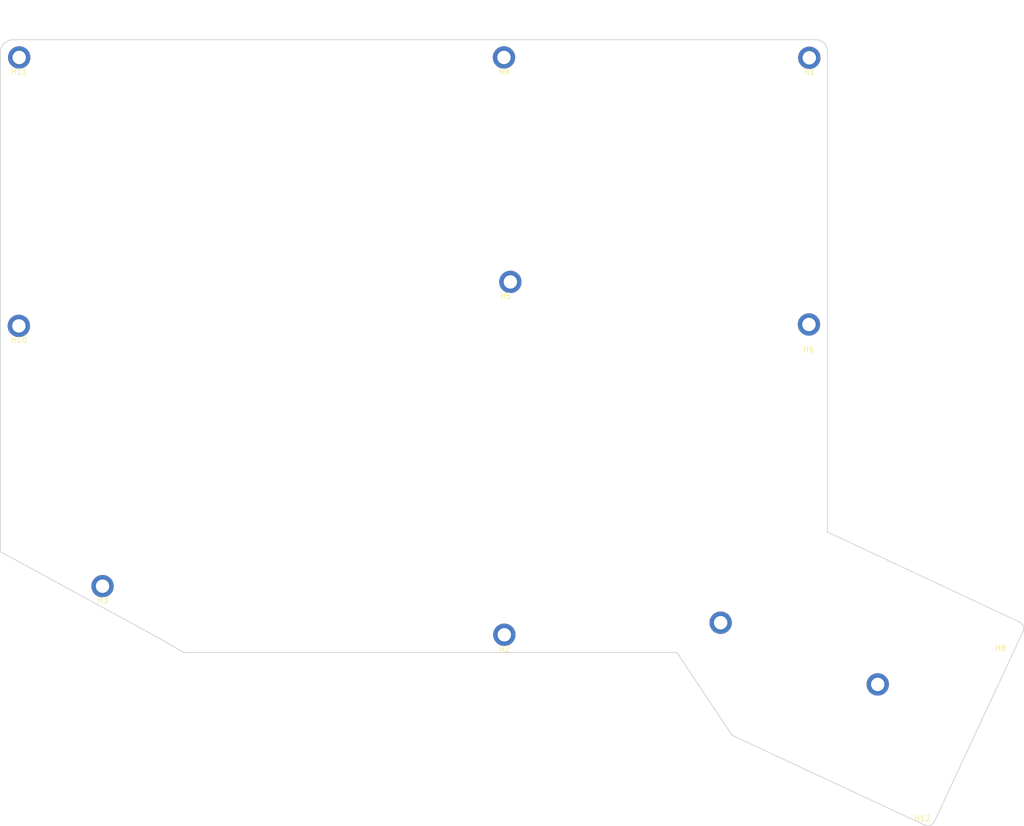
<source format=kicad_pcb>
(kicad_pcb (version 20171130) (host pcbnew "(5.0.2)-1")

  (general
    (thickness 1.6)
    (drawings 28)
    (tracks 0)
    (zones 0)
    (modules 43)
    (nets 2)
  )

  (page A4)
  (layers
    (0 F.Cu signal)
    (31 B.Cu signal)
    (32 B.Adhes user hide)
    (33 F.Adhes user hide)
    (34 B.Paste user hide)
    (35 F.Paste user hide)
    (36 B.SilkS user)
    (37 F.SilkS user)
    (38 B.Mask user)
    (39 F.Mask user)
    (40 Dwgs.User user)
    (41 Cmts.User user)
    (42 Eco1.User user)
    (43 Eco2.User user)
    (44 Edge.Cuts user)
    (45 Margin user)
    (46 B.CrtYd user hide)
    (47 F.CrtYd user hide)
    (48 B.Fab user hide)
    (49 F.Fab user hide)
  )

  (setup
    (last_trace_width 0.25)
    (user_trace_width 0.508)
    (user_trace_width 1.016)
    (trace_clearance 0.2032)
    (zone_clearance 0.254)
    (zone_45_only no)
    (trace_min 0.2)
    (segment_width 0.2)
    (edge_width 0.15)
    (via_size 0.8)
    (via_drill 0.4)
    (via_min_size 0.4064)
    (via_min_drill 0.3048)
    (user_via 0.508 0.3048)
    (user_via 1.016 0.508)
    (uvia_size 0.3)
    (uvia_drill 0.1)
    (uvias_allowed no)
    (uvia_min_size 0.2)
    (uvia_min_drill 0.1)
    (pcb_text_width 0.3)
    (pcb_text_size 1.5 1.5)
    (mod_edge_width 0.15)
    (mod_text_size 1 1)
    (mod_text_width 0.15)
    (pad_size 4 4)
    (pad_drill 2.4)
    (pad_to_mask_clearance 0.051)
    (solder_mask_min_width 0.25)
    (aux_axis_origin 0 0)
    (visible_elements 7FFFFFFF)
    (pcbplotparams
      (layerselection 0x01bf0_ffffffff)
      (usegerberextensions false)
      (usegerberattributes false)
      (usegerberadvancedattributes false)
      (creategerberjobfile false)
      (excludeedgelayer true)
      (linewidth 0.100000)
      (plotframeref false)
      (viasonmask false)
      (mode 1)
      (useauxorigin false)
      (hpglpennumber 1)
      (hpglpenspeed 20)
      (hpglpendiameter 15.000000)
      (psnegative false)
      (psa4output false)
      (plotreference true)
      (plotvalue true)
      (plotinvisibletext false)
      (padsonsilk false)
      (subtractmaskfromsilk false)
      (outputformat 1)
      (mirror false)
      (drillshape 0)
      (scaleselection 1)
      (outputdirectory "ergocape_v1"))
  )

  (net 0 "")
  (net 1 GND)

  (net_class Default "This is the default net class."
    (clearance 0.2032)
    (trace_width 0.25)
    (via_dia 0.8)
    (via_drill 0.4)
    (uvia_dia 0.3)
    (uvia_drill 0.1)
  )

  (module usbc_footprint:mount_hole_2.4x4 (layer F.Cu) (tedit 5E0F2829) (tstamp 5E22976E)
    (at 167.0685 70.231)
    (path /5E12F4CE)
    (fp_text reference H6 (at 0 2.54) (layer F.SilkS)
      (effects (font (size 1 1) (thickness 0.15)))
    )
    (fp_text value MountingHole (at 0 -3.81) (layer F.Fab)
      (effects (font (size 1 1) (thickness 0.15)))
    )
    (pad "" thru_hole circle (at 0.0635 -1.9685) (size 4 4) (drill 2.4) (layers *.Cu *.Mask))
  )

  (module usbc_footprint:mount_hole_2.4x4 (layer F.Cu) (tedit 5E0F23BD) (tstamp 5E22975E)
    (at 167.1955 20.5105)
    (path /5E1411A4)
    (fp_text reference H1 (at 0 2.54) (layer F.SilkS)
      (effects (font (size 1 1) (thickness 0.15)))
    )
    (fp_text value MountingHole (at 0 -3.81) (layer F.Fab)
      (effects (font (size 1 1) (thickness 0.15)))
    )
    (pad "" thru_hole circle (at 0 0) (size 4 4) (drill 2.4) (layers *.Cu *.Mask))
  )

  (module usbc_footprint:mount_hole_2.4x4 (layer F.Cu) (tedit 5E0F23BD) (tstamp 5E229762)
    (at 112.5855 123.825)
    (path /5E1411AB)
    (fp_text reference H2 (at 0 2.54) (layer F.SilkS)
      (effects (font (size 1 1) (thickness 0.15)))
    )
    (fp_text value MountingHole (at 0 -3.81) (layer F.Fab)
      (effects (font (size 1 1) (thickness 0.15)))
    )
    (pad "" thru_hole circle (at 0 0) (size 4 4) (drill 2.4) (layers *.Cu *.Mask))
  )

  (module usbc_footprint:mount_hole_2.4x4 (layer F.Cu) (tedit 5E0F23BD) (tstamp 5E229766)
    (at 40.64 115.1255)
    (path /5E1411B2)
    (fp_text reference H3 (at 0 2.54) (layer F.SilkS)
      (effects (font (size 1 1) (thickness 0.15)))
    )
    (fp_text value MountingHole (at 0 -3.81) (layer F.Fab)
      (effects (font (size 1 1) (thickness 0.15)))
    )
    (pad "" thru_hole circle (at 0 0) (size 4 4) (drill 2.4) (layers *.Cu *.Mask))
  )

  (module usbc_footprint:mount_hole_2.4x4 (layer F.Cu) (tedit 5E133331) (tstamp 5E22976A)
    (at 112.776 60.6425)
    (path /5E126410)
    (fp_text reference H5 (at 0 2.54) (layer F.SilkS)
      (effects (font (size 1 1) (thickness 0.15)))
    )
    (fp_text value MountingHole (at 0 -3.81) (layer F.Fab)
      (effects (font (size 1 1) (thickness 0.15)))
    )
    (pad "" thru_hole circle (at 0.889 0) (size 4 4) (drill 2.4) (layers *.Cu *.Mask))
  )

  (module usbc_footprint:mount_hole_2.4x4 (layer F.Cu) (tedit 5E0F28EB) (tstamp 5E229772)
    (at 201.4855 123.698)
    (path /5E13836D)
    (fp_text reference H8 (at 0 2.54) (layer F.SilkS)
      (effects (font (size 1 1) (thickness 0.15)))
    )
    (fp_text value MountingHole (at 0 -3.81) (layer F.Fab)
      (effects (font (size 1 1) (thickness 0.15)))
    )
    (pad "" thru_hole circle (at -22.0345 9.017) (size 4 4) (drill 2.4) (layers *.Cu *.Mask))
  )

  (module usbc_footprint:mount_hole_2.4x4 (layer F.Cu) (tedit 5E0F23BD) (tstamp 5E229776)
    (at 112.522 20.447)
    (path /5E138374)
    (fp_text reference H9 (at 0 2.54) (layer F.SilkS)
      (effects (font (size 1 1) (thickness 0.15)))
    )
    (fp_text value MountingHole (at 0 -3.81) (layer F.Fab)
      (effects (font (size 1 1) (thickness 0.15)))
    )
    (pad "" thru_hole circle (at 0 0) (size 4 4) (drill 2.4) (layers *.Cu *.Mask))
  )

  (module usbc_footprint:mount_hole_2.4x4 (layer F.Cu) (tedit 5E0F23BD) (tstamp 5E22977A)
    (at 25.654 68.5165)
    (path /5E138366)
    (fp_text reference H10 (at 0 2.54) (layer F.SilkS)
      (effects (font (size 1 1) (thickness 0.15)))
    )
    (fp_text value MountingHole (at 0 -3.81) (layer F.Fab)
      (effects (font (size 1 1) (thickness 0.15)))
    )
    (pad "" thru_hole circle (at 0 0) (size 4 4) (drill 2.4) (layers *.Cu *.Mask))
  )

  (module usbc_footprint:mount_hole_2.4x4 (layer F.Cu) (tedit 5E0F23BD) (tstamp 5E22977E)
    (at 25.7175 20.447)
    (path /5E12F4D5)
    (fp_text reference H11 (at 0 2.54) (layer F.SilkS)
      (effects (font (size 1 1) (thickness 0.15)))
    )
    (fp_text value MountingHole (at 0 -3.81) (layer F.Fab)
      (effects (font (size 1 1) (thickness 0.15)))
    )
    (pad "" thru_hole circle (at 0 0) (size 4 4) (drill 2.4) (layers *.Cu *.Mask))
  )

  (module usbc_footprint:mount_hole_2.4x4 (layer F.Cu) (tedit 5E0F28F9) (tstamp 5E229782)
    (at 187.452 154.178)
    (path /5E12675F)
    (fp_text reference H12 (at 0 2.54) (layer F.SilkS)
      (effects (font (size 1 1) (thickness 0.15)))
    )
    (fp_text value MountingHole (at 0 -3.81) (layer F.Fab)
      (effects (font (size 1 1) (thickness 0.15)))
    )
    (pad "" thru_hole circle (at -36.1315 -32.512) (size 4 4) (drill 2.4) (layers *.Cu *.Mask))
  )

  (module acheron_SwitchSlots:slotMX100 (layer F.Cu) (tedit 5C895E9C) (tstamp 5E229786)
    (at 84.1375 39.6875)
    (path /5E0A5ED9)
    (fp_text reference K_1 (at 0.5 0.5) (layer Eco1.User)
      (effects (font (size 1 1) (thickness 0.15)))
    )
    (fp_text value KEYSW (at 0.5 -0.5) (layer F.Fab)
      (effects (font (size 1 1) (thickness 0.15)))
    )
    (fp_arc (start -7.7 -5.7) (end -7.7 -6) (angle -90) (layer Eco1.User) (width 0.1))
    (fp_arc (start -7.7 3.2) (end -7.7 2.9) (angle -90) (layer Eco1.User) (width 0.1))
    (fp_arc (start 7.7 5.7) (end 7.7 6) (angle -90) (layer Eco1.User) (width 0.1))
    (fp_arc (start 7.7 -3.2) (end 7.7 -2.9) (angle -90) (layer Eco1.User) (width 0.1))
    (fp_arc (start -7.7 -3.2) (end -8 -3.2) (angle -90) (layer Eco1.User) (width 0.1))
    (fp_arc (start -7.3 -2.6) (end -7 -2.6) (angle -90) (layer Eco1.User) (width 0.1))
    (fp_arc (start -7.3 -6.3) (end -7.3 -6) (angle -90) (layer Eco1.User) (width 0.1))
    (fp_line (start -8 -5.7) (end -8 -3.2) (layer Eco1.User) (width 0.1))
    (fp_line (start -7.3 -2.9) (end -7.7 -2.9) (layer Eco1.User) (width 0.1))
    (fp_line (start -7.7 -6) (end -7.3 -6) (layer Eco1.User) (width 0.1))
    (fp_arc (start -7.3 6.3) (end -7 6.3) (angle -90) (layer Eco1.User) (width 0.1))
    (fp_arc (start -7.7 5.7) (end -8 5.7) (angle -90) (layer Eco1.User) (width 0.1))
    (fp_line (start -7.7 2.9) (end -7.3 2.9) (layer Eco1.User) (width 0.1))
    (fp_line (start -8 3.2) (end -8 5.7) (layer Eco1.User) (width 0.1))
    (fp_line (start -7.3 6) (end -7.7 6) (layer Eco1.User) (width 0.1))
    (fp_arc (start -7.3 2.6) (end -7.3 2.9) (angle -90) (layer Eco1.User) (width 0.1))
    (fp_arc (start 7.3 6.3) (end 7.3 6) (angle -90) (layer Eco1.User) (width 0.1))
    (fp_line (start 7.3 2.9) (end 7.7 2.9) (layer Eco1.User) (width 0.1))
    (fp_line (start 8 5.7) (end 8 3.2) (layer Eco1.User) (width 0.1))
    (fp_line (start 7.7 6) (end 7.3 6) (layer Eco1.User) (width 0.1))
    (fp_arc (start 7.7 3.2) (end 8 3.2) (angle -90) (layer Eco1.User) (width 0.1))
    (fp_arc (start 7.3 2.6) (end 7 2.6) (angle -90) (layer Eco1.User) (width 0.1))
    (fp_line (start 7 -6.7) (end 7 -6.3) (layer Eco1.User) (width 0.1))
    (fp_arc (start 7.7 -5.7) (end 8 -5.7) (angle -90) (layer Eco1.User) (width 0.1))
    (fp_arc (start 7.3 -6.3) (end 7 -6.3) (angle -90) (layer Eco1.User) (width 0.1))
    (fp_arc (start 6.7 6.7) (end 6.7 7) (angle -90) (layer Eco1.User) (width 0.1))
    (fp_line (start 7 2.6) (end 7 -2.6) (layer Eco1.User) (width 0.1))
    (fp_line (start 7.7 -2.9) (end 7.3 -2.9) (layer Eco1.User) (width 0.1))
    (fp_line (start 8 -3.2) (end 8 -5.7) (layer Eco1.User) (width 0.1))
    (fp_line (start 7.3 -6) (end 7.7 -6) (layer Eco1.User) (width 0.1))
    (fp_arc (start 7.3 -2.6) (end 7.3 -2.9) (angle -90) (layer Eco1.User) (width 0.1))
    (fp_arc (start 6.7 -6.7) (end 7 -6.7) (angle -90) (layer Eco1.User) (width 0.1))
    (fp_line (start 7 6.3) (end 7 6.7) (layer Eco1.User) (width 0.1))
    (fp_line (start -7 -6.3) (end -7 -6.7) (layer Eco1.User) (width 0.1))
    (fp_line (start -7 -2.6) (end -7 2.6) (layer Eco1.User) (width 0.1))
    (fp_line (start 6.7 -7) (end -6.7 -7) (layer Eco1.User) (width 0.1))
    (fp_arc (start -6.7 -6.7) (end -6.7 -7) (angle -90) (layer Eco1.User) (width 0.1))
    (fp_line (start -7 6.7) (end -7 6.3) (layer Eco1.User) (width 0.1))
    (fp_arc (start -6.7 6.7) (end -7 6.7) (angle -90) (layer Eco1.User) (width 0.1))
    (fp_line (start 6.7 7) (end -6.7 7) (layer Eco1.User) (width 0.1))
    (model ${ACHERONLIB}/3d_models/mx_switch.step
      (offset (xyz -7.35 -7.3 1))
      (scale (xyz 1 1 1))
      (rotate (xyz -90 0 0))
    )
  )

  (module acheron_SwitchSlots:slotMX100 (layer F.Cu) (tedit 5C895E9C) (tstamp 5E2297B1)
    (at 103.1875 35.8775)
    (path /5E0A78FE)
    (fp_text reference K_2 (at 0.5 0.5) (layer Eco1.User)
      (effects (font (size 1 1) (thickness 0.15)))
    )
    (fp_text value KEYSW (at 0.5 -0.5) (layer F.Fab)
      (effects (font (size 1 1) (thickness 0.15)))
    )
    (fp_arc (start -7.7 -5.7) (end -7.7 -6) (angle -90) (layer Eco1.User) (width 0.1))
    (fp_arc (start -7.7 3.2) (end -7.7 2.9) (angle -90) (layer Eco1.User) (width 0.1))
    (fp_arc (start 7.7 5.7) (end 7.7 6) (angle -90) (layer Eco1.User) (width 0.1))
    (fp_arc (start 7.7 -3.2) (end 7.7 -2.9) (angle -90) (layer Eco1.User) (width 0.1))
    (fp_arc (start -7.7 -3.2) (end -8 -3.2) (angle -90) (layer Eco1.User) (width 0.1))
    (fp_arc (start -7.3 -2.6) (end -7 -2.6) (angle -90) (layer Eco1.User) (width 0.1))
    (fp_arc (start -7.3 -6.3) (end -7.3 -6) (angle -90) (layer Eco1.User) (width 0.1))
    (fp_line (start -8 -5.7) (end -8 -3.2) (layer Eco1.User) (width 0.1))
    (fp_line (start -7.3 -2.9) (end -7.7 -2.9) (layer Eco1.User) (width 0.1))
    (fp_line (start -7.7 -6) (end -7.3 -6) (layer Eco1.User) (width 0.1))
    (fp_arc (start -7.3 6.3) (end -7 6.3) (angle -90) (layer Eco1.User) (width 0.1))
    (fp_arc (start -7.7 5.7) (end -8 5.7) (angle -90) (layer Eco1.User) (width 0.1))
    (fp_line (start -7.7 2.9) (end -7.3 2.9) (layer Eco1.User) (width 0.1))
    (fp_line (start -8 3.2) (end -8 5.7) (layer Eco1.User) (width 0.1))
    (fp_line (start -7.3 6) (end -7.7 6) (layer Eco1.User) (width 0.1))
    (fp_arc (start -7.3 2.6) (end -7.3 2.9) (angle -90) (layer Eco1.User) (width 0.1))
    (fp_arc (start 7.3 6.3) (end 7.3 6) (angle -90) (layer Eco1.User) (width 0.1))
    (fp_line (start 7.3 2.9) (end 7.7 2.9) (layer Eco1.User) (width 0.1))
    (fp_line (start 8 5.7) (end 8 3.2) (layer Eco1.User) (width 0.1))
    (fp_line (start 7.7 6) (end 7.3 6) (layer Eco1.User) (width 0.1))
    (fp_arc (start 7.7 3.2) (end 8 3.2) (angle -90) (layer Eco1.User) (width 0.1))
    (fp_arc (start 7.3 2.6) (end 7 2.6) (angle -90) (layer Eco1.User) (width 0.1))
    (fp_line (start 7 -6.7) (end 7 -6.3) (layer Eco1.User) (width 0.1))
    (fp_arc (start 7.7 -5.7) (end 8 -5.7) (angle -90) (layer Eco1.User) (width 0.1))
    (fp_arc (start 7.3 -6.3) (end 7 -6.3) (angle -90) (layer Eco1.User) (width 0.1))
    (fp_arc (start 6.7 6.7) (end 6.7 7) (angle -90) (layer Eco1.User) (width 0.1))
    (fp_line (start 7 2.6) (end 7 -2.6) (layer Eco1.User) (width 0.1))
    (fp_line (start 7.7 -2.9) (end 7.3 -2.9) (layer Eco1.User) (width 0.1))
    (fp_line (start 8 -3.2) (end 8 -5.7) (layer Eco1.User) (width 0.1))
    (fp_line (start 7.3 -6) (end 7.7 -6) (layer Eco1.User) (width 0.1))
    (fp_arc (start 7.3 -2.6) (end 7.3 -2.9) (angle -90) (layer Eco1.User) (width 0.1))
    (fp_arc (start 6.7 -6.7) (end 7 -6.7) (angle -90) (layer Eco1.User) (width 0.1))
    (fp_line (start 7 6.3) (end 7 6.7) (layer Eco1.User) (width 0.1))
    (fp_line (start -7 -6.3) (end -7 -6.7) (layer Eco1.User) (width 0.1))
    (fp_line (start -7 -2.6) (end -7 2.6) (layer Eco1.User) (width 0.1))
    (fp_line (start 6.7 -7) (end -6.7 -7) (layer Eco1.User) (width 0.1))
    (fp_arc (start -6.7 -6.7) (end -6.7 -7) (angle -90) (layer Eco1.User) (width 0.1))
    (fp_line (start -7 6.7) (end -7 6.3) (layer Eco1.User) (width 0.1))
    (fp_arc (start -6.7 6.7) (end -7 6.7) (angle -90) (layer Eco1.User) (width 0.1))
    (fp_line (start 6.7 7) (end -6.7 7) (layer Eco1.User) (width 0.1))
    (model ${ACHERONLIB}/3d_models/mx_switch.step
      (offset (xyz -7.35 -7.3 1))
      (scale (xyz 1 1 1))
      (rotate (xyz -90 0 0))
    )
  )

  (module acheron_SwitchSlots:slotMX100 (layer F.Cu) (tedit 5C895E9C) (tstamp 5E2297DC)
    (at 122.2375 32.0675)
    (path /5E0A841F)
    (fp_text reference K_3 (at 0.5 0.5) (layer Eco1.User)
      (effects (font (size 1 1) (thickness 0.15)))
    )
    (fp_text value KEYSW (at 0.5 -0.5) (layer F.Fab)
      (effects (font (size 1 1) (thickness 0.15)))
    )
    (fp_line (start 6.7 7) (end -6.7 7) (layer Eco1.User) (width 0.1))
    (fp_arc (start -6.7 6.7) (end -7 6.7) (angle -90) (layer Eco1.User) (width 0.1))
    (fp_line (start -7 6.7) (end -7 6.3) (layer Eco1.User) (width 0.1))
    (fp_arc (start -6.7 -6.7) (end -6.7 -7) (angle -90) (layer Eco1.User) (width 0.1))
    (fp_line (start 6.7 -7) (end -6.7 -7) (layer Eco1.User) (width 0.1))
    (fp_line (start -7 -2.6) (end -7 2.6) (layer Eco1.User) (width 0.1))
    (fp_line (start -7 -6.3) (end -7 -6.7) (layer Eco1.User) (width 0.1))
    (fp_line (start 7 6.3) (end 7 6.7) (layer Eco1.User) (width 0.1))
    (fp_arc (start 6.7 -6.7) (end 7 -6.7) (angle -90) (layer Eco1.User) (width 0.1))
    (fp_arc (start 7.3 -2.6) (end 7.3 -2.9) (angle -90) (layer Eco1.User) (width 0.1))
    (fp_line (start 7.3 -6) (end 7.7 -6) (layer Eco1.User) (width 0.1))
    (fp_line (start 8 -3.2) (end 8 -5.7) (layer Eco1.User) (width 0.1))
    (fp_line (start 7.7 -2.9) (end 7.3 -2.9) (layer Eco1.User) (width 0.1))
    (fp_line (start 7 2.6) (end 7 -2.6) (layer Eco1.User) (width 0.1))
    (fp_arc (start 6.7 6.7) (end 6.7 7) (angle -90) (layer Eco1.User) (width 0.1))
    (fp_arc (start 7.3 -6.3) (end 7 -6.3) (angle -90) (layer Eco1.User) (width 0.1))
    (fp_arc (start 7.7 -5.7) (end 8 -5.7) (angle -90) (layer Eco1.User) (width 0.1))
    (fp_line (start 7 -6.7) (end 7 -6.3) (layer Eco1.User) (width 0.1))
    (fp_arc (start 7.3 2.6) (end 7 2.6) (angle -90) (layer Eco1.User) (width 0.1))
    (fp_arc (start 7.7 3.2) (end 8 3.2) (angle -90) (layer Eco1.User) (width 0.1))
    (fp_line (start 7.7 6) (end 7.3 6) (layer Eco1.User) (width 0.1))
    (fp_line (start 8 5.7) (end 8 3.2) (layer Eco1.User) (width 0.1))
    (fp_line (start 7.3 2.9) (end 7.7 2.9) (layer Eco1.User) (width 0.1))
    (fp_arc (start 7.3 6.3) (end 7.3 6) (angle -90) (layer Eco1.User) (width 0.1))
    (fp_arc (start -7.3 2.6) (end -7.3 2.9) (angle -90) (layer Eco1.User) (width 0.1))
    (fp_line (start -7.3 6) (end -7.7 6) (layer Eco1.User) (width 0.1))
    (fp_line (start -8 3.2) (end -8 5.7) (layer Eco1.User) (width 0.1))
    (fp_line (start -7.7 2.9) (end -7.3 2.9) (layer Eco1.User) (width 0.1))
    (fp_arc (start -7.7 5.7) (end -8 5.7) (angle -90) (layer Eco1.User) (width 0.1))
    (fp_arc (start -7.3 6.3) (end -7 6.3) (angle -90) (layer Eco1.User) (width 0.1))
    (fp_line (start -7.7 -6) (end -7.3 -6) (layer Eco1.User) (width 0.1))
    (fp_line (start -7.3 -2.9) (end -7.7 -2.9) (layer Eco1.User) (width 0.1))
    (fp_line (start -8 -5.7) (end -8 -3.2) (layer Eco1.User) (width 0.1))
    (fp_arc (start -7.3 -6.3) (end -7.3 -6) (angle -90) (layer Eco1.User) (width 0.1))
    (fp_arc (start -7.3 -2.6) (end -7 -2.6) (angle -90) (layer Eco1.User) (width 0.1))
    (fp_arc (start -7.7 -3.2) (end -8 -3.2) (angle -90) (layer Eco1.User) (width 0.1))
    (fp_arc (start 7.7 -3.2) (end 7.7 -2.9) (angle -90) (layer Eco1.User) (width 0.1))
    (fp_arc (start 7.7 5.7) (end 7.7 6) (angle -90) (layer Eco1.User) (width 0.1))
    (fp_arc (start -7.7 3.2) (end -7.7 2.9) (angle -90) (layer Eco1.User) (width 0.1))
    (fp_arc (start -7.7 -5.7) (end -7.7 -6) (angle -90) (layer Eco1.User) (width 0.1))
    (model ${ACHERONLIB}/3d_models/mx_switch.step
      (offset (xyz -7.35 -7.3 1))
      (scale (xyz 1 1 1))
      (rotate (xyz -90 0 0))
    )
  )

  (module acheron_SwitchSlots:slotMX100 (layer F.Cu) (tedit 5C895E9C) (tstamp 5E229807)
    (at 141.2875 35.8775)
    (path /5E0A8F54)
    (fp_text reference K_4 (at 0.5 0.5) (layer Eco1.User)
      (effects (font (size 1 1) (thickness 0.15)))
    )
    (fp_text value KEYSW (at 0.5 -0.5) (layer F.Fab)
      (effects (font (size 1 1) (thickness 0.15)))
    )
    (fp_arc (start -7.7 -5.7) (end -7.7 -6) (angle -90) (layer Eco1.User) (width 0.1))
    (fp_arc (start -7.7 3.2) (end -7.7 2.9) (angle -90) (layer Eco1.User) (width 0.1))
    (fp_arc (start 7.7 5.7) (end 7.7 6) (angle -90) (layer Eco1.User) (width 0.1))
    (fp_arc (start 7.7 -3.2) (end 7.7 -2.9) (angle -90) (layer Eco1.User) (width 0.1))
    (fp_arc (start -7.7 -3.2) (end -8 -3.2) (angle -90) (layer Eco1.User) (width 0.1))
    (fp_arc (start -7.3 -2.6) (end -7 -2.6) (angle -90) (layer Eco1.User) (width 0.1))
    (fp_arc (start -7.3 -6.3) (end -7.3 -6) (angle -90) (layer Eco1.User) (width 0.1))
    (fp_line (start -8 -5.7) (end -8 -3.2) (layer Eco1.User) (width 0.1))
    (fp_line (start -7.3 -2.9) (end -7.7 -2.9) (layer Eco1.User) (width 0.1))
    (fp_line (start -7.7 -6) (end -7.3 -6) (layer Eco1.User) (width 0.1))
    (fp_arc (start -7.3 6.3) (end -7 6.3) (angle -90) (layer Eco1.User) (width 0.1))
    (fp_arc (start -7.7 5.7) (end -8 5.7) (angle -90) (layer Eco1.User) (width 0.1))
    (fp_line (start -7.7 2.9) (end -7.3 2.9) (layer Eco1.User) (width 0.1))
    (fp_line (start -8 3.2) (end -8 5.7) (layer Eco1.User) (width 0.1))
    (fp_line (start -7.3 6) (end -7.7 6) (layer Eco1.User) (width 0.1))
    (fp_arc (start -7.3 2.6) (end -7.3 2.9) (angle -90) (layer Eco1.User) (width 0.1))
    (fp_arc (start 7.3 6.3) (end 7.3 6) (angle -90) (layer Eco1.User) (width 0.1))
    (fp_line (start 7.3 2.9) (end 7.7 2.9) (layer Eco1.User) (width 0.1))
    (fp_line (start 8 5.7) (end 8 3.2) (layer Eco1.User) (width 0.1))
    (fp_line (start 7.7 6) (end 7.3 6) (layer Eco1.User) (width 0.1))
    (fp_arc (start 7.7 3.2) (end 8 3.2) (angle -90) (layer Eco1.User) (width 0.1))
    (fp_arc (start 7.3 2.6) (end 7 2.6) (angle -90) (layer Eco1.User) (width 0.1))
    (fp_line (start 7 -6.7) (end 7 -6.3) (layer Eco1.User) (width 0.1))
    (fp_arc (start 7.7 -5.7) (end 8 -5.7) (angle -90) (layer Eco1.User) (width 0.1))
    (fp_arc (start 7.3 -6.3) (end 7 -6.3) (angle -90) (layer Eco1.User) (width 0.1))
    (fp_arc (start 6.7 6.7) (end 6.7 7) (angle -90) (layer Eco1.User) (width 0.1))
    (fp_line (start 7 2.6) (end 7 -2.6) (layer Eco1.User) (width 0.1))
    (fp_line (start 7.7 -2.9) (end 7.3 -2.9) (layer Eco1.User) (width 0.1))
    (fp_line (start 8 -3.2) (end 8 -5.7) (layer Eco1.User) (width 0.1))
    (fp_line (start 7.3 -6) (end 7.7 -6) (layer Eco1.User) (width 0.1))
    (fp_arc (start 7.3 -2.6) (end 7.3 -2.9) (angle -90) (layer Eco1.User) (width 0.1))
    (fp_arc (start 6.7 -6.7) (end 7 -6.7) (angle -90) (layer Eco1.User) (width 0.1))
    (fp_line (start 7 6.3) (end 7 6.7) (layer Eco1.User) (width 0.1))
    (fp_line (start -7 -6.3) (end -7 -6.7) (layer Eco1.User) (width 0.1))
    (fp_line (start -7 -2.6) (end -7 2.6) (layer Eco1.User) (width 0.1))
    (fp_line (start 6.7 -7) (end -6.7 -7) (layer Eco1.User) (width 0.1))
    (fp_arc (start -6.7 -6.7) (end -6.7 -7) (angle -90) (layer Eco1.User) (width 0.1))
    (fp_line (start -7 6.7) (end -7 6.3) (layer Eco1.User) (width 0.1))
    (fp_arc (start -6.7 6.7) (end -7 6.7) (angle -90) (layer Eco1.User) (width 0.1))
    (fp_line (start 6.7 7) (end -6.7 7) (layer Eco1.User) (width 0.1))
    (model ${ACHERONLIB}/3d_models/mx_switch.step
      (offset (xyz -7.35 -7.3 1))
      (scale (xyz 1 1 1))
      (rotate (xyz -90 0 0))
    )
  )

  (module acheron_SwitchSlots:slotMX100 (layer F.Cu) (tedit 5C895E9C) (tstamp 5E229832)
    (at 160.3375 39.6875)
    (path /5E0A9B35)
    (fp_text reference K_5 (at 0.5 0.5) (layer Eco1.User)
      (effects (font (size 1 1) (thickness 0.15)))
    )
    (fp_text value KEYSW (at 0.5 -0.5) (layer F.Fab)
      (effects (font (size 1 1) (thickness 0.15)))
    )
    (fp_line (start 6.7 7) (end -6.7 7) (layer Eco1.User) (width 0.1))
    (fp_arc (start -6.7 6.7) (end -7 6.7) (angle -90) (layer Eco1.User) (width 0.1))
    (fp_line (start -7 6.7) (end -7 6.3) (layer Eco1.User) (width 0.1))
    (fp_arc (start -6.7 -6.7) (end -6.7 -7) (angle -90) (layer Eco1.User) (width 0.1))
    (fp_line (start 6.7 -7) (end -6.7 -7) (layer Eco1.User) (width 0.1))
    (fp_line (start -7 -2.6) (end -7 2.6) (layer Eco1.User) (width 0.1))
    (fp_line (start -7 -6.3) (end -7 -6.7) (layer Eco1.User) (width 0.1))
    (fp_line (start 7 6.3) (end 7 6.7) (layer Eco1.User) (width 0.1))
    (fp_arc (start 6.7 -6.7) (end 7 -6.7) (angle -90) (layer Eco1.User) (width 0.1))
    (fp_arc (start 7.3 -2.6) (end 7.3 -2.9) (angle -90) (layer Eco1.User) (width 0.1))
    (fp_line (start 7.3 -6) (end 7.7 -6) (layer Eco1.User) (width 0.1))
    (fp_line (start 8 -3.2) (end 8 -5.7) (layer Eco1.User) (width 0.1))
    (fp_line (start 7.7 -2.9) (end 7.3 -2.9) (layer Eco1.User) (width 0.1))
    (fp_line (start 7 2.6) (end 7 -2.6) (layer Eco1.User) (width 0.1))
    (fp_arc (start 6.7 6.7) (end 6.7 7) (angle -90) (layer Eco1.User) (width 0.1))
    (fp_arc (start 7.3 -6.3) (end 7 -6.3) (angle -90) (layer Eco1.User) (width 0.1))
    (fp_arc (start 7.7 -5.7) (end 8 -5.7) (angle -90) (layer Eco1.User) (width 0.1))
    (fp_line (start 7 -6.7) (end 7 -6.3) (layer Eco1.User) (width 0.1))
    (fp_arc (start 7.3 2.6) (end 7 2.6) (angle -90) (layer Eco1.User) (width 0.1))
    (fp_arc (start 7.7 3.2) (end 8 3.2) (angle -90) (layer Eco1.User) (width 0.1))
    (fp_line (start 7.7 6) (end 7.3 6) (layer Eco1.User) (width 0.1))
    (fp_line (start 8 5.7) (end 8 3.2) (layer Eco1.User) (width 0.1))
    (fp_line (start 7.3 2.9) (end 7.7 2.9) (layer Eco1.User) (width 0.1))
    (fp_arc (start 7.3 6.3) (end 7.3 6) (angle -90) (layer Eco1.User) (width 0.1))
    (fp_arc (start -7.3 2.6) (end -7.3 2.9) (angle -90) (layer Eco1.User) (width 0.1))
    (fp_line (start -7.3 6) (end -7.7 6) (layer Eco1.User) (width 0.1))
    (fp_line (start -8 3.2) (end -8 5.7) (layer Eco1.User) (width 0.1))
    (fp_line (start -7.7 2.9) (end -7.3 2.9) (layer Eco1.User) (width 0.1))
    (fp_arc (start -7.7 5.7) (end -8 5.7) (angle -90) (layer Eco1.User) (width 0.1))
    (fp_arc (start -7.3 6.3) (end -7 6.3) (angle -90) (layer Eco1.User) (width 0.1))
    (fp_line (start -7.7 -6) (end -7.3 -6) (layer Eco1.User) (width 0.1))
    (fp_line (start -7.3 -2.9) (end -7.7 -2.9) (layer Eco1.User) (width 0.1))
    (fp_line (start -8 -5.7) (end -8 -3.2) (layer Eco1.User) (width 0.1))
    (fp_arc (start -7.3 -6.3) (end -7.3 -6) (angle -90) (layer Eco1.User) (width 0.1))
    (fp_arc (start -7.3 -2.6) (end -7 -2.6) (angle -90) (layer Eco1.User) (width 0.1))
    (fp_arc (start -7.7 -3.2) (end -8 -3.2) (angle -90) (layer Eco1.User) (width 0.1))
    (fp_arc (start 7.7 -3.2) (end 7.7 -2.9) (angle -90) (layer Eco1.User) (width 0.1))
    (fp_arc (start 7.7 5.7) (end 7.7 6) (angle -90) (layer Eco1.User) (width 0.1))
    (fp_arc (start -7.7 3.2) (end -7.7 2.9) (angle -90) (layer Eco1.User) (width 0.1))
    (fp_arc (start -7.7 -5.7) (end -7.7 -6) (angle -90) (layer Eco1.User) (width 0.1))
    (model ${ACHERONLIB}/3d_models/mx_switch.step
      (offset (xyz -7.35 -7.3 1))
      (scale (xyz 1 1 1))
      (rotate (xyz -90 0 0))
    )
  )

  (module acheron_SwitchSlots:slotMX100 (layer F.Cu) (tedit 5C895E9C) (tstamp 5E22985D)
    (at 84.1375 77.7875)
    (path /5E0AC889)
    (fp_text reference K_A1 (at 0.5 0.5) (layer Eco1.User)
      (effects (font (size 1 1) (thickness 0.15)))
    )
    (fp_text value KEYSW (at 0.5 -0.5) (layer F.Fab)
      (effects (font (size 1 1) (thickness 0.15)))
    )
    (fp_arc (start -7.7 -5.7) (end -7.7 -6) (angle -90) (layer Eco1.User) (width 0.1))
    (fp_arc (start -7.7 3.2) (end -7.7 2.9) (angle -90) (layer Eco1.User) (width 0.1))
    (fp_arc (start 7.7 5.7) (end 7.7 6) (angle -90) (layer Eco1.User) (width 0.1))
    (fp_arc (start 7.7 -3.2) (end 7.7 -2.9) (angle -90) (layer Eco1.User) (width 0.1))
    (fp_arc (start -7.7 -3.2) (end -8 -3.2) (angle -90) (layer Eco1.User) (width 0.1))
    (fp_arc (start -7.3 -2.6) (end -7 -2.6) (angle -90) (layer Eco1.User) (width 0.1))
    (fp_arc (start -7.3 -6.3) (end -7.3 -6) (angle -90) (layer Eco1.User) (width 0.1))
    (fp_line (start -8 -5.7) (end -8 -3.2) (layer Eco1.User) (width 0.1))
    (fp_line (start -7.3 -2.9) (end -7.7 -2.9) (layer Eco1.User) (width 0.1))
    (fp_line (start -7.7 -6) (end -7.3 -6) (layer Eco1.User) (width 0.1))
    (fp_arc (start -7.3 6.3) (end -7 6.3) (angle -90) (layer Eco1.User) (width 0.1))
    (fp_arc (start -7.7 5.7) (end -8 5.7) (angle -90) (layer Eco1.User) (width 0.1))
    (fp_line (start -7.7 2.9) (end -7.3 2.9) (layer Eco1.User) (width 0.1))
    (fp_line (start -8 3.2) (end -8 5.7) (layer Eco1.User) (width 0.1))
    (fp_line (start -7.3 6) (end -7.7 6) (layer Eco1.User) (width 0.1))
    (fp_arc (start -7.3 2.6) (end -7.3 2.9) (angle -90) (layer Eco1.User) (width 0.1))
    (fp_arc (start 7.3 6.3) (end 7.3 6) (angle -90) (layer Eco1.User) (width 0.1))
    (fp_line (start 7.3 2.9) (end 7.7 2.9) (layer Eco1.User) (width 0.1))
    (fp_line (start 8 5.7) (end 8 3.2) (layer Eco1.User) (width 0.1))
    (fp_line (start 7.7 6) (end 7.3 6) (layer Eco1.User) (width 0.1))
    (fp_arc (start 7.7 3.2) (end 8 3.2) (angle -90) (layer Eco1.User) (width 0.1))
    (fp_arc (start 7.3 2.6) (end 7 2.6) (angle -90) (layer Eco1.User) (width 0.1))
    (fp_line (start 7 -6.7) (end 7 -6.3) (layer Eco1.User) (width 0.1))
    (fp_arc (start 7.7 -5.7) (end 8 -5.7) (angle -90) (layer Eco1.User) (width 0.1))
    (fp_arc (start 7.3 -6.3) (end 7 -6.3) (angle -90) (layer Eco1.User) (width 0.1))
    (fp_arc (start 6.7 6.7) (end 6.7 7) (angle -90) (layer Eco1.User) (width 0.1))
    (fp_line (start 7 2.6) (end 7 -2.6) (layer Eco1.User) (width 0.1))
    (fp_line (start 7.7 -2.9) (end 7.3 -2.9) (layer Eco1.User) (width 0.1))
    (fp_line (start 8 -3.2) (end 8 -5.7) (layer Eco1.User) (width 0.1))
    (fp_line (start 7.3 -6) (end 7.7 -6) (layer Eco1.User) (width 0.1))
    (fp_arc (start 7.3 -2.6) (end 7.3 -2.9) (angle -90) (layer Eco1.User) (width 0.1))
    (fp_arc (start 6.7 -6.7) (end 7 -6.7) (angle -90) (layer Eco1.User) (width 0.1))
    (fp_line (start 7 6.3) (end 7 6.7) (layer Eco1.User) (width 0.1))
    (fp_line (start -7 -6.3) (end -7 -6.7) (layer Eco1.User) (width 0.1))
    (fp_line (start -7 -2.6) (end -7 2.6) (layer Eco1.User) (width 0.1))
    (fp_line (start 6.7 -7) (end -6.7 -7) (layer Eco1.User) (width 0.1))
    (fp_arc (start -6.7 -6.7) (end -6.7 -7) (angle -90) (layer Eco1.User) (width 0.1))
    (fp_line (start -7 6.7) (end -7 6.3) (layer Eco1.User) (width 0.1))
    (fp_arc (start -6.7 6.7) (end -7 6.7) (angle -90) (layer Eco1.User) (width 0.1))
    (fp_line (start 6.7 7) (end -6.7 7) (layer Eco1.User) (width 0.1))
    (model ${ACHERONLIB}/3d_models/mx_switch.step
      (offset (xyz -7.35 -7.3 1))
      (scale (xyz 1 1 1))
      (rotate (xyz -90 0 0))
    )
  )

  (module acheron_SwitchSlots:slotMX100 (layer F.Cu) (tedit 5C895E9C) (tstamp 5E229888)
    (at 84.1375 115.8875)
    (path /5E0AD7EF)
    (fp_text reference K_ALT1 (at 0.5 0.5) (layer Eco1.User)
      (effects (font (size 1 1) (thickness 0.15)))
    )
    (fp_text value KEYSW (at 0.5 -0.5) (layer F.Fab)
      (effects (font (size 1 1) (thickness 0.15)))
    )
    (fp_line (start 6.7 7) (end -6.7 7) (layer Eco1.User) (width 0.1))
    (fp_arc (start -6.7 6.7) (end -7 6.7) (angle -90) (layer Eco1.User) (width 0.1))
    (fp_line (start -7 6.7) (end -7 6.3) (layer Eco1.User) (width 0.1))
    (fp_arc (start -6.7 -6.7) (end -6.7 -7) (angle -90) (layer Eco1.User) (width 0.1))
    (fp_line (start 6.7 -7) (end -6.7 -7) (layer Eco1.User) (width 0.1))
    (fp_line (start -7 -2.6) (end -7 2.6) (layer Eco1.User) (width 0.1))
    (fp_line (start -7 -6.3) (end -7 -6.7) (layer Eco1.User) (width 0.1))
    (fp_line (start 7 6.3) (end 7 6.7) (layer Eco1.User) (width 0.1))
    (fp_arc (start 6.7 -6.7) (end 7 -6.7) (angle -90) (layer Eco1.User) (width 0.1))
    (fp_arc (start 7.3 -2.6) (end 7.3 -2.9) (angle -90) (layer Eco1.User) (width 0.1))
    (fp_line (start 7.3 -6) (end 7.7 -6) (layer Eco1.User) (width 0.1))
    (fp_line (start 8 -3.2) (end 8 -5.7) (layer Eco1.User) (width 0.1))
    (fp_line (start 7.7 -2.9) (end 7.3 -2.9) (layer Eco1.User) (width 0.1))
    (fp_line (start 7 2.6) (end 7 -2.6) (layer Eco1.User) (width 0.1))
    (fp_arc (start 6.7 6.7) (end 6.7 7) (angle -90) (layer Eco1.User) (width 0.1))
    (fp_arc (start 7.3 -6.3) (end 7 -6.3) (angle -90) (layer Eco1.User) (width 0.1))
    (fp_arc (start 7.7 -5.7) (end 8 -5.7) (angle -90) (layer Eco1.User) (width 0.1))
    (fp_line (start 7 -6.7) (end 7 -6.3) (layer Eco1.User) (width 0.1))
    (fp_arc (start 7.3 2.6) (end 7 2.6) (angle -90) (layer Eco1.User) (width 0.1))
    (fp_arc (start 7.7 3.2) (end 8 3.2) (angle -90) (layer Eco1.User) (width 0.1))
    (fp_line (start 7.7 6) (end 7.3 6) (layer Eco1.User) (width 0.1))
    (fp_line (start 8 5.7) (end 8 3.2) (layer Eco1.User) (width 0.1))
    (fp_line (start 7.3 2.9) (end 7.7 2.9) (layer Eco1.User) (width 0.1))
    (fp_arc (start 7.3 6.3) (end 7.3 6) (angle -90) (layer Eco1.User) (width 0.1))
    (fp_arc (start -7.3 2.6) (end -7.3 2.9) (angle -90) (layer Eco1.User) (width 0.1))
    (fp_line (start -7.3 6) (end -7.7 6) (layer Eco1.User) (width 0.1))
    (fp_line (start -8 3.2) (end -8 5.7) (layer Eco1.User) (width 0.1))
    (fp_line (start -7.7 2.9) (end -7.3 2.9) (layer Eco1.User) (width 0.1))
    (fp_arc (start -7.7 5.7) (end -8 5.7) (angle -90) (layer Eco1.User) (width 0.1))
    (fp_arc (start -7.3 6.3) (end -7 6.3) (angle -90) (layer Eco1.User) (width 0.1))
    (fp_line (start -7.7 -6) (end -7.3 -6) (layer Eco1.User) (width 0.1))
    (fp_line (start -7.3 -2.9) (end -7.7 -2.9) (layer Eco1.User) (width 0.1))
    (fp_line (start -8 -5.7) (end -8 -3.2) (layer Eco1.User) (width 0.1))
    (fp_arc (start -7.3 -6.3) (end -7.3 -6) (angle -90) (layer Eco1.User) (width 0.1))
    (fp_arc (start -7.3 -2.6) (end -7 -2.6) (angle -90) (layer Eco1.User) (width 0.1))
    (fp_arc (start -7.7 -3.2) (end -8 -3.2) (angle -90) (layer Eco1.User) (width 0.1))
    (fp_arc (start 7.7 -3.2) (end 7.7 -2.9) (angle -90) (layer Eco1.User) (width 0.1))
    (fp_arc (start 7.7 5.7) (end 7.7 6) (angle -90) (layer Eco1.User) (width 0.1))
    (fp_arc (start -7.7 3.2) (end -7.7 2.9) (angle -90) (layer Eco1.User) (width 0.1))
    (fp_arc (start -7.7 -5.7) (end -7.7 -6) (angle -90) (layer Eco1.User) (width 0.1))
    (model ${ACHERONLIB}/3d_models/mx_switch.step
      (offset (xyz -7.35 -7.3 1))
      (scale (xyz 1 1 1))
      (rotate (xyz -90 0 0))
    )
  )

  (module acheron_SwitchSlots:slotMX100 (layer F.Cu) (tedit 5C895E9C) (tstamp 5E2298B3)
    (at 160.3375 96.8375)
    (path /5E0AC923)
    (fp_text reference K_B1 (at 0.5 0.5) (layer Eco1.User)
      (effects (font (size 1 1) (thickness 0.15)))
    )
    (fp_text value KEYSW (at 0.5 -0.5) (layer F.Fab)
      (effects (font (size 1 1) (thickness 0.15)))
    )
    (fp_line (start 6.7 7) (end -6.7 7) (layer Eco1.User) (width 0.1))
    (fp_arc (start -6.7 6.7) (end -7 6.7) (angle -90) (layer Eco1.User) (width 0.1))
    (fp_line (start -7 6.7) (end -7 6.3) (layer Eco1.User) (width 0.1))
    (fp_arc (start -6.7 -6.7) (end -6.7 -7) (angle -90) (layer Eco1.User) (width 0.1))
    (fp_line (start 6.7 -7) (end -6.7 -7) (layer Eco1.User) (width 0.1))
    (fp_line (start -7 -2.6) (end -7 2.6) (layer Eco1.User) (width 0.1))
    (fp_line (start -7 -6.3) (end -7 -6.7) (layer Eco1.User) (width 0.1))
    (fp_line (start 7 6.3) (end 7 6.7) (layer Eco1.User) (width 0.1))
    (fp_arc (start 6.7 -6.7) (end 7 -6.7) (angle -90) (layer Eco1.User) (width 0.1))
    (fp_arc (start 7.3 -2.6) (end 7.3 -2.9) (angle -90) (layer Eco1.User) (width 0.1))
    (fp_line (start 7.3 -6) (end 7.7 -6) (layer Eco1.User) (width 0.1))
    (fp_line (start 8 -3.2) (end 8 -5.7) (layer Eco1.User) (width 0.1))
    (fp_line (start 7.7 -2.9) (end 7.3 -2.9) (layer Eco1.User) (width 0.1))
    (fp_line (start 7 2.6) (end 7 -2.6) (layer Eco1.User) (width 0.1))
    (fp_arc (start 6.7 6.7) (end 6.7 7) (angle -90) (layer Eco1.User) (width 0.1))
    (fp_arc (start 7.3 -6.3) (end 7 -6.3) (angle -90) (layer Eco1.User) (width 0.1))
    (fp_arc (start 7.7 -5.7) (end 8 -5.7) (angle -90) (layer Eco1.User) (width 0.1))
    (fp_line (start 7 -6.7) (end 7 -6.3) (layer Eco1.User) (width 0.1))
    (fp_arc (start 7.3 2.6) (end 7 2.6) (angle -90) (layer Eco1.User) (width 0.1))
    (fp_arc (start 7.7 3.2) (end 8 3.2) (angle -90) (layer Eco1.User) (width 0.1))
    (fp_line (start 7.7 6) (end 7.3 6) (layer Eco1.User) (width 0.1))
    (fp_line (start 8 5.7) (end 8 3.2) (layer Eco1.User) (width 0.1))
    (fp_line (start 7.3 2.9) (end 7.7 2.9) (layer Eco1.User) (width 0.1))
    (fp_arc (start 7.3 6.3) (end 7.3 6) (angle -90) (layer Eco1.User) (width 0.1))
    (fp_arc (start -7.3 2.6) (end -7.3 2.9) (angle -90) (layer Eco1.User) (width 0.1))
    (fp_line (start -7.3 6) (end -7.7 6) (layer Eco1.User) (width 0.1))
    (fp_line (start -8 3.2) (end -8 5.7) (layer Eco1.User) (width 0.1))
    (fp_line (start -7.7 2.9) (end -7.3 2.9) (layer Eco1.User) (width 0.1))
    (fp_arc (start -7.7 5.7) (end -8 5.7) (angle -90) (layer Eco1.User) (width 0.1))
    (fp_arc (start -7.3 6.3) (end -7 6.3) (angle -90) (layer Eco1.User) (width 0.1))
    (fp_line (start -7.7 -6) (end -7.3 -6) (layer Eco1.User) (width 0.1))
    (fp_line (start -7.3 -2.9) (end -7.7 -2.9) (layer Eco1.User) (width 0.1))
    (fp_line (start -8 -5.7) (end -8 -3.2) (layer Eco1.User) (width 0.1))
    (fp_arc (start -7.3 -6.3) (end -7.3 -6) (angle -90) (layer Eco1.User) (width 0.1))
    (fp_arc (start -7.3 -2.6) (end -7 -2.6) (angle -90) (layer Eco1.User) (width 0.1))
    (fp_arc (start -7.7 -3.2) (end -8 -3.2) (angle -90) (layer Eco1.User) (width 0.1))
    (fp_arc (start 7.7 -3.2) (end 7.7 -2.9) (angle -90) (layer Eco1.User) (width 0.1))
    (fp_arc (start 7.7 5.7) (end 7.7 6) (angle -90) (layer Eco1.User) (width 0.1))
    (fp_arc (start -7.7 3.2) (end -7.7 2.9) (angle -90) (layer Eco1.User) (width 0.1))
    (fp_arc (start -7.7 -5.7) (end -7.7 -6) (angle -90) (layer Eco1.User) (width 0.1))
    (model ${ACHERONLIB}/3d_models/mx_switch.step
      (offset (xyz -7.35 -7.3 1))
      (scale (xyz 1 1 1))
      (rotate (xyz -90 0 0))
    )
  )

  (module acheron_SwitchSlots:slotMX100 (layer F.Cu) (tedit 5C895E9C) (tstamp 5E2298DE)
    (at 122.174 108.204)
    (path /5E0AD819)
    (fp_text reference K_BOT_1U_1 (at 0.5 0.5) (layer Eco1.User)
      (effects (font (size 1 1) (thickness 0.15)))
    )
    (fp_text value KEYSW (at 0.5 -0.5) (layer F.Fab)
      (effects (font (size 1 1) (thickness 0.15)))
    )
    (fp_line (start 6.7 7) (end -6.7 7) (layer Eco1.User) (width 0.1))
    (fp_arc (start -6.7 6.7) (end -7 6.7) (angle -90) (layer Eco1.User) (width 0.1))
    (fp_line (start -7 6.7) (end -7 6.3) (layer Eco1.User) (width 0.1))
    (fp_arc (start -6.7 -6.7) (end -6.7 -7) (angle -90) (layer Eco1.User) (width 0.1))
    (fp_line (start 6.7 -7) (end -6.7 -7) (layer Eco1.User) (width 0.1))
    (fp_line (start -7 -2.6) (end -7 2.6) (layer Eco1.User) (width 0.1))
    (fp_line (start -7 -6.3) (end -7 -6.7) (layer Eco1.User) (width 0.1))
    (fp_line (start 7 6.3) (end 7 6.7) (layer Eco1.User) (width 0.1))
    (fp_arc (start 6.7 -6.7) (end 7 -6.7) (angle -90) (layer Eco1.User) (width 0.1))
    (fp_arc (start 7.3 -2.6) (end 7.3 -2.9) (angle -90) (layer Eco1.User) (width 0.1))
    (fp_line (start 7.3 -6) (end 7.7 -6) (layer Eco1.User) (width 0.1))
    (fp_line (start 8 -3.2) (end 8 -5.7) (layer Eco1.User) (width 0.1))
    (fp_line (start 7.7 -2.9) (end 7.3 -2.9) (layer Eco1.User) (width 0.1))
    (fp_line (start 7 2.6) (end 7 -2.6) (layer Eco1.User) (width 0.1))
    (fp_arc (start 6.7 6.7) (end 6.7 7) (angle -90) (layer Eco1.User) (width 0.1))
    (fp_arc (start 7.3 -6.3) (end 7 -6.3) (angle -90) (layer Eco1.User) (width 0.1))
    (fp_arc (start 7.7 -5.7) (end 8 -5.7) (angle -90) (layer Eco1.User) (width 0.1))
    (fp_line (start 7 -6.7) (end 7 -6.3) (layer Eco1.User) (width 0.1))
    (fp_arc (start 7.3 2.6) (end 7 2.6) (angle -90) (layer Eco1.User) (width 0.1))
    (fp_arc (start 7.7 3.2) (end 8 3.2) (angle -90) (layer Eco1.User) (width 0.1))
    (fp_line (start 7.7 6) (end 7.3 6) (layer Eco1.User) (width 0.1))
    (fp_line (start 8 5.7) (end 8 3.2) (layer Eco1.User) (width 0.1))
    (fp_line (start 7.3 2.9) (end 7.7 2.9) (layer Eco1.User) (width 0.1))
    (fp_arc (start 7.3 6.3) (end 7.3 6) (angle -90) (layer Eco1.User) (width 0.1))
    (fp_arc (start -7.3 2.6) (end -7.3 2.9) (angle -90) (layer Eco1.User) (width 0.1))
    (fp_line (start -7.3 6) (end -7.7 6) (layer Eco1.User) (width 0.1))
    (fp_line (start -8 3.2) (end -8 5.7) (layer Eco1.User) (width 0.1))
    (fp_line (start -7.7 2.9) (end -7.3 2.9) (layer Eco1.User) (width 0.1))
    (fp_arc (start -7.7 5.7) (end -8 5.7) (angle -90) (layer Eco1.User) (width 0.1))
    (fp_arc (start -7.3 6.3) (end -7 6.3) (angle -90) (layer Eco1.User) (width 0.1))
    (fp_line (start -7.7 -6) (end -7.3 -6) (layer Eco1.User) (width 0.1))
    (fp_line (start -7.3 -2.9) (end -7.7 -2.9) (layer Eco1.User) (width 0.1))
    (fp_line (start -8 -5.7) (end -8 -3.2) (layer Eco1.User) (width 0.1))
    (fp_arc (start -7.3 -6.3) (end -7.3 -6) (angle -90) (layer Eco1.User) (width 0.1))
    (fp_arc (start -7.3 -2.6) (end -7 -2.6) (angle -90) (layer Eco1.User) (width 0.1))
    (fp_arc (start -7.7 -3.2) (end -8 -3.2) (angle -90) (layer Eco1.User) (width 0.1))
    (fp_arc (start 7.7 -3.2) (end 7.7 -2.9) (angle -90) (layer Eco1.User) (width 0.1))
    (fp_arc (start 7.7 5.7) (end 7.7 6) (angle -90) (layer Eco1.User) (width 0.1))
    (fp_arc (start -7.7 3.2) (end -7.7 2.9) (angle -90) (layer Eco1.User) (width 0.1))
    (fp_arc (start -7.7 -5.7) (end -7.7 -6) (angle -90) (layer Eco1.User) (width 0.1))
    (model ${ACHERONLIB}/3d_models/mx_switch.step
      (offset (xyz -7.35 -7.3 1))
      (scale (xyz 1 1 1))
      (rotate (xyz -90 0 0))
    )
  )

  (module acheron_SwitchSlots:slotMX100 (layer F.Cu) (tedit 5C895E9C) (tstamp 5E229909)
    (at 141.224 112.014)
    (path /5E0AD827)
    (fp_text reference K_BOT_1U_2 (at 0.5 0.5) (layer Eco1.User)
      (effects (font (size 1 1) (thickness 0.15)))
    )
    (fp_text value KEYSW (at 0.5 -0.5) (layer F.Fab)
      (effects (font (size 1 1) (thickness 0.15)))
    )
    (fp_arc (start -7.7 -5.7) (end -7.7 -6) (angle -90) (layer Eco1.User) (width 0.1))
    (fp_arc (start -7.7 3.2) (end -7.7 2.9) (angle -90) (layer Eco1.User) (width 0.1))
    (fp_arc (start 7.7 5.7) (end 7.7 6) (angle -90) (layer Eco1.User) (width 0.1))
    (fp_arc (start 7.7 -3.2) (end 7.7 -2.9) (angle -90) (layer Eco1.User) (width 0.1))
    (fp_arc (start -7.7 -3.2) (end -8 -3.2) (angle -90) (layer Eco1.User) (width 0.1))
    (fp_arc (start -7.3 -2.6) (end -7 -2.6) (angle -90) (layer Eco1.User) (width 0.1))
    (fp_arc (start -7.3 -6.3) (end -7.3 -6) (angle -90) (layer Eco1.User) (width 0.1))
    (fp_line (start -8 -5.7) (end -8 -3.2) (layer Eco1.User) (width 0.1))
    (fp_line (start -7.3 -2.9) (end -7.7 -2.9) (layer Eco1.User) (width 0.1))
    (fp_line (start -7.7 -6) (end -7.3 -6) (layer Eco1.User) (width 0.1))
    (fp_arc (start -7.3 6.3) (end -7 6.3) (angle -90) (layer Eco1.User) (width 0.1))
    (fp_arc (start -7.7 5.7) (end -8 5.7) (angle -90) (layer Eco1.User) (width 0.1))
    (fp_line (start -7.7 2.9) (end -7.3 2.9) (layer Eco1.User) (width 0.1))
    (fp_line (start -8 3.2) (end -8 5.7) (layer Eco1.User) (width 0.1))
    (fp_line (start -7.3 6) (end -7.7 6) (layer Eco1.User) (width 0.1))
    (fp_arc (start -7.3 2.6) (end -7.3 2.9) (angle -90) (layer Eco1.User) (width 0.1))
    (fp_arc (start 7.3 6.3) (end 7.3 6) (angle -90) (layer Eco1.User) (width 0.1))
    (fp_line (start 7.3 2.9) (end 7.7 2.9) (layer Eco1.User) (width 0.1))
    (fp_line (start 8 5.7) (end 8 3.2) (layer Eco1.User) (width 0.1))
    (fp_line (start 7.7 6) (end 7.3 6) (layer Eco1.User) (width 0.1))
    (fp_arc (start 7.7 3.2) (end 8 3.2) (angle -90) (layer Eco1.User) (width 0.1))
    (fp_arc (start 7.3 2.6) (end 7 2.6) (angle -90) (layer Eco1.User) (width 0.1))
    (fp_line (start 7 -6.7) (end 7 -6.3) (layer Eco1.User) (width 0.1))
    (fp_arc (start 7.7 -5.7) (end 8 -5.7) (angle -90) (layer Eco1.User) (width 0.1))
    (fp_arc (start 7.3 -6.3) (end 7 -6.3) (angle -90) (layer Eco1.User) (width 0.1))
    (fp_arc (start 6.7 6.7) (end 6.7 7) (angle -90) (layer Eco1.User) (width 0.1))
    (fp_line (start 7 2.6) (end 7 -2.6) (layer Eco1.User) (width 0.1))
    (fp_line (start 7.7 -2.9) (end 7.3 -2.9) (layer Eco1.User) (width 0.1))
    (fp_line (start 8 -3.2) (end 8 -5.7) (layer Eco1.User) (width 0.1))
    (fp_line (start 7.3 -6) (end 7.7 -6) (layer Eco1.User) (width 0.1))
    (fp_arc (start 7.3 -2.6) (end 7.3 -2.9) (angle -90) (layer Eco1.User) (width 0.1))
    (fp_arc (start 6.7 -6.7) (end 7 -6.7) (angle -90) (layer Eco1.User) (width 0.1))
    (fp_line (start 7 6.3) (end 7 6.7) (layer Eco1.User) (width 0.1))
    (fp_line (start -7 -6.3) (end -7 -6.7) (layer Eco1.User) (width 0.1))
    (fp_line (start -7 -2.6) (end -7 2.6) (layer Eco1.User) (width 0.1))
    (fp_line (start 6.7 -7) (end -6.7 -7) (layer Eco1.User) (width 0.1))
    (fp_arc (start -6.7 -6.7) (end -6.7 -7) (angle -90) (layer Eco1.User) (width 0.1))
    (fp_line (start -7 6.7) (end -7 6.3) (layer Eco1.User) (width 0.1))
    (fp_arc (start -6.7 6.7) (end -7 6.7) (angle -90) (layer Eco1.User) (width 0.1))
    (fp_line (start 6.7 7) (end -6.7 7) (layer Eco1.User) (width 0.1))
    (model ${ACHERONLIB}/3d_models/mx_switch.step
      (offset (xyz -7.35 -7.3 1))
      (scale (xyz 1 1 1))
      (rotate (xyz -90 0 0))
    )
  )

  (module acheron_SwitchSlots:slotMX100 (layer F.Cu) (tedit 5C895E9C) (tstamp 5E229934)
    (at 122.2375 89.2175)
    (path /5E0AC907)
    (fp_text reference K_C1 (at 0.5 0.5) (layer Eco1.User)
      (effects (font (size 1 1) (thickness 0.15)))
    )
    (fp_text value KEYSW (at 0.5 -0.5) (layer F.Fab)
      (effects (font (size 1 1) (thickness 0.15)))
    )
    (fp_arc (start -7.7 -5.7) (end -7.7 -6) (angle -90) (layer Eco1.User) (width 0.1))
    (fp_arc (start -7.7 3.2) (end -7.7 2.9) (angle -90) (layer Eco1.User) (width 0.1))
    (fp_arc (start 7.7 5.7) (end 7.7 6) (angle -90) (layer Eco1.User) (width 0.1))
    (fp_arc (start 7.7 -3.2) (end 7.7 -2.9) (angle -90) (layer Eco1.User) (width 0.1))
    (fp_arc (start -7.7 -3.2) (end -8 -3.2) (angle -90) (layer Eco1.User) (width 0.1))
    (fp_arc (start -7.3 -2.6) (end -7 -2.6) (angle -90) (layer Eco1.User) (width 0.1))
    (fp_arc (start -7.3 -6.3) (end -7.3 -6) (angle -90) (layer Eco1.User) (width 0.1))
    (fp_line (start -8 -5.7) (end -8 -3.2) (layer Eco1.User) (width 0.1))
    (fp_line (start -7.3 -2.9) (end -7.7 -2.9) (layer Eco1.User) (width 0.1))
    (fp_line (start -7.7 -6) (end -7.3 -6) (layer Eco1.User) (width 0.1))
    (fp_arc (start -7.3 6.3) (end -7 6.3) (angle -90) (layer Eco1.User) (width 0.1))
    (fp_arc (start -7.7 5.7) (end -8 5.7) (angle -90) (layer Eco1.User) (width 0.1))
    (fp_line (start -7.7 2.9) (end -7.3 2.9) (layer Eco1.User) (width 0.1))
    (fp_line (start -8 3.2) (end -8 5.7) (layer Eco1.User) (width 0.1))
    (fp_line (start -7.3 6) (end -7.7 6) (layer Eco1.User) (width 0.1))
    (fp_arc (start -7.3 2.6) (end -7.3 2.9) (angle -90) (layer Eco1.User) (width 0.1))
    (fp_arc (start 7.3 6.3) (end 7.3 6) (angle -90) (layer Eco1.User) (width 0.1))
    (fp_line (start 7.3 2.9) (end 7.7 2.9) (layer Eco1.User) (width 0.1))
    (fp_line (start 8 5.7) (end 8 3.2) (layer Eco1.User) (width 0.1))
    (fp_line (start 7.7 6) (end 7.3 6) (layer Eco1.User) (width 0.1))
    (fp_arc (start 7.7 3.2) (end 8 3.2) (angle -90) (layer Eco1.User) (width 0.1))
    (fp_arc (start 7.3 2.6) (end 7 2.6) (angle -90) (layer Eco1.User) (width 0.1))
    (fp_line (start 7 -6.7) (end 7 -6.3) (layer Eco1.User) (width 0.1))
    (fp_arc (start 7.7 -5.7) (end 8 -5.7) (angle -90) (layer Eco1.User) (width 0.1))
    (fp_arc (start 7.3 -6.3) (end 7 -6.3) (angle -90) (layer Eco1.User) (width 0.1))
    (fp_arc (start 6.7 6.7) (end 6.7 7) (angle -90) (layer Eco1.User) (width 0.1))
    (fp_line (start 7 2.6) (end 7 -2.6) (layer Eco1.User) (width 0.1))
    (fp_line (start 7.7 -2.9) (end 7.3 -2.9) (layer Eco1.User) (width 0.1))
    (fp_line (start 8 -3.2) (end 8 -5.7) (layer Eco1.User) (width 0.1))
    (fp_line (start 7.3 -6) (end 7.7 -6) (layer Eco1.User) (width 0.1))
    (fp_arc (start 7.3 -2.6) (end 7.3 -2.9) (angle -90) (layer Eco1.User) (width 0.1))
    (fp_arc (start 6.7 -6.7) (end 7 -6.7) (angle -90) (layer Eco1.User) (width 0.1))
    (fp_line (start 7 6.3) (end 7 6.7) (layer Eco1.User) (width 0.1))
    (fp_line (start -7 -6.3) (end -7 -6.7) (layer Eco1.User) (width 0.1))
    (fp_line (start -7 -2.6) (end -7 2.6) (layer Eco1.User) (width 0.1))
    (fp_line (start 6.7 -7) (end -6.7 -7) (layer Eco1.User) (width 0.1))
    (fp_arc (start -6.7 -6.7) (end -6.7 -7) (angle -90) (layer Eco1.User) (width 0.1))
    (fp_line (start -7 6.7) (end -7 6.3) (layer Eco1.User) (width 0.1))
    (fp_arc (start -6.7 6.7) (end -7 6.7) (angle -90) (layer Eco1.User) (width 0.1))
    (fp_line (start 6.7 7) (end -6.7 7) (layer Eco1.User) (width 0.1))
    (model ${ACHERONLIB}/3d_models/mx_switch.step
      (offset (xyz -7.35 -7.3 1))
      (scale (xyz 1 1 1))
      (rotate (xyz -90 0 0))
    )
  )

  (module acheron_SwitchSlots:slotMX100 (layer F.Cu) (tedit 5C895E9C) (tstamp 5E22995F)
    (at 57.94375 77.7875)
    (path /5E0AC897)
    (fp_text reference K_CAPS1 (at 0.5 0.5) (layer Eco1.User)
      (effects (font (size 1 1) (thickness 0.15)))
    )
    (fp_text value KEYSW (at 0.5 -0.5) (layer F.Fab)
      (effects (font (size 1 1) (thickness 0.15)))
    )
    (fp_line (start 6.7 7) (end -6.7 7) (layer Eco1.User) (width 0.1))
    (fp_arc (start -6.7 6.7) (end -7 6.7) (angle -90) (layer Eco1.User) (width 0.1))
    (fp_line (start -7 6.7) (end -7 6.3) (layer Eco1.User) (width 0.1))
    (fp_arc (start -6.7 -6.7) (end -6.7 -7) (angle -90) (layer Eco1.User) (width 0.1))
    (fp_line (start 6.7 -7) (end -6.7 -7) (layer Eco1.User) (width 0.1))
    (fp_line (start -7 -2.6) (end -7 2.6) (layer Eco1.User) (width 0.1))
    (fp_line (start -7 -6.3) (end -7 -6.7) (layer Eco1.User) (width 0.1))
    (fp_line (start 7 6.3) (end 7 6.7) (layer Eco1.User) (width 0.1))
    (fp_arc (start 6.7 -6.7) (end 7 -6.7) (angle -90) (layer Eco1.User) (width 0.1))
    (fp_arc (start 7.3 -2.6) (end 7.3 -2.9) (angle -90) (layer Eco1.User) (width 0.1))
    (fp_line (start 7.3 -6) (end 7.7 -6) (layer Eco1.User) (width 0.1))
    (fp_line (start 8 -3.2) (end 8 -5.7) (layer Eco1.User) (width 0.1))
    (fp_line (start 7.7 -2.9) (end 7.3 -2.9) (layer Eco1.User) (width 0.1))
    (fp_line (start 7 2.6) (end 7 -2.6) (layer Eco1.User) (width 0.1))
    (fp_arc (start 6.7 6.7) (end 6.7 7) (angle -90) (layer Eco1.User) (width 0.1))
    (fp_arc (start 7.3 -6.3) (end 7 -6.3) (angle -90) (layer Eco1.User) (width 0.1))
    (fp_arc (start 7.7 -5.7) (end 8 -5.7) (angle -90) (layer Eco1.User) (width 0.1))
    (fp_line (start 7 -6.7) (end 7 -6.3) (layer Eco1.User) (width 0.1))
    (fp_arc (start 7.3 2.6) (end 7 2.6) (angle -90) (layer Eco1.User) (width 0.1))
    (fp_arc (start 7.7 3.2) (end 8 3.2) (angle -90) (layer Eco1.User) (width 0.1))
    (fp_line (start 7.7 6) (end 7.3 6) (layer Eco1.User) (width 0.1))
    (fp_line (start 8 5.7) (end 8 3.2) (layer Eco1.User) (width 0.1))
    (fp_line (start 7.3 2.9) (end 7.7 2.9) (layer Eco1.User) (width 0.1))
    (fp_arc (start 7.3 6.3) (end 7.3 6) (angle -90) (layer Eco1.User) (width 0.1))
    (fp_arc (start -7.3 2.6) (end -7.3 2.9) (angle -90) (layer Eco1.User) (width 0.1))
    (fp_line (start -7.3 6) (end -7.7 6) (layer Eco1.User) (width 0.1))
    (fp_line (start -8 3.2) (end -8 5.7) (layer Eco1.User) (width 0.1))
    (fp_line (start -7.7 2.9) (end -7.3 2.9) (layer Eco1.User) (width 0.1))
    (fp_arc (start -7.7 5.7) (end -8 5.7) (angle -90) (layer Eco1.User) (width 0.1))
    (fp_arc (start -7.3 6.3) (end -7 6.3) (angle -90) (layer Eco1.User) (width 0.1))
    (fp_line (start -7.7 -6) (end -7.3 -6) (layer Eco1.User) (width 0.1))
    (fp_line (start -7.3 -2.9) (end -7.7 -2.9) (layer Eco1.User) (width 0.1))
    (fp_line (start -8 -5.7) (end -8 -3.2) (layer Eco1.User) (width 0.1))
    (fp_arc (start -7.3 -6.3) (end -7.3 -6) (angle -90) (layer Eco1.User) (width 0.1))
    (fp_arc (start -7.3 -2.6) (end -7 -2.6) (angle -90) (layer Eco1.User) (width 0.1))
    (fp_arc (start -7.7 -3.2) (end -8 -3.2) (angle -90) (layer Eco1.User) (width 0.1))
    (fp_arc (start 7.7 -3.2) (end 7.7 -2.9) (angle -90) (layer Eco1.User) (width 0.1))
    (fp_arc (start 7.7 5.7) (end 7.7 6) (angle -90) (layer Eco1.User) (width 0.1))
    (fp_arc (start -7.7 3.2) (end -7.7 2.9) (angle -90) (layer Eco1.User) (width 0.1))
    (fp_arc (start -7.7 -5.7) (end -7.7 -6) (angle -90) (layer Eco1.User) (width 0.1))
    (model ${ACHERONLIB}/3d_models/mx_switch.step
      (offset (xyz -7.35 -7.3 1))
      (scale (xyz 1 1 1))
      (rotate (xyz -90 0 0))
    )
  )

  (module acheron_SwitchSlots:slotMX100 (layer F.Cu) (tedit 5C895E9C) (tstamp 5E22998A)
    (at 65.0875 115.8875)
    (path /5E0AD7FD)
    (fp_text reference K_CTRL1 (at 0.5 0.5) (layer Eco1.User)
      (effects (font (size 1 1) (thickness 0.15)))
    )
    (fp_text value KEYSW (at 0.5 -0.5) (layer F.Fab)
      (effects (font (size 1 1) (thickness 0.15)))
    )
    (fp_line (start 6.7 7) (end -6.7 7) (layer Eco1.User) (width 0.1))
    (fp_arc (start -6.7 6.7) (end -7 6.7) (angle -90) (layer Eco1.User) (width 0.1))
    (fp_line (start -7 6.7) (end -7 6.3) (layer Eco1.User) (width 0.1))
    (fp_arc (start -6.7 -6.7) (end -6.7 -7) (angle -90) (layer Eco1.User) (width 0.1))
    (fp_line (start 6.7 -7) (end -6.7 -7) (layer Eco1.User) (width 0.1))
    (fp_line (start -7 -2.6) (end -7 2.6) (layer Eco1.User) (width 0.1))
    (fp_line (start -7 -6.3) (end -7 -6.7) (layer Eco1.User) (width 0.1))
    (fp_line (start 7 6.3) (end 7 6.7) (layer Eco1.User) (width 0.1))
    (fp_arc (start 6.7 -6.7) (end 7 -6.7) (angle -90) (layer Eco1.User) (width 0.1))
    (fp_arc (start 7.3 -2.6) (end 7.3 -2.9) (angle -90) (layer Eco1.User) (width 0.1))
    (fp_line (start 7.3 -6) (end 7.7 -6) (layer Eco1.User) (width 0.1))
    (fp_line (start 8 -3.2) (end 8 -5.7) (layer Eco1.User) (width 0.1))
    (fp_line (start 7.7 -2.9) (end 7.3 -2.9) (layer Eco1.User) (width 0.1))
    (fp_line (start 7 2.6) (end 7 -2.6) (layer Eco1.User) (width 0.1))
    (fp_arc (start 6.7 6.7) (end 6.7 7) (angle -90) (layer Eco1.User) (width 0.1))
    (fp_arc (start 7.3 -6.3) (end 7 -6.3) (angle -90) (layer Eco1.User) (width 0.1))
    (fp_arc (start 7.7 -5.7) (end 8 -5.7) (angle -90) (layer Eco1.User) (width 0.1))
    (fp_line (start 7 -6.7) (end 7 -6.3) (layer Eco1.User) (width 0.1))
    (fp_arc (start 7.3 2.6) (end 7 2.6) (angle -90) (layer Eco1.User) (width 0.1))
    (fp_arc (start 7.7 3.2) (end 8 3.2) (angle -90) (layer Eco1.User) (width 0.1))
    (fp_line (start 7.7 6) (end 7.3 6) (layer Eco1.User) (width 0.1))
    (fp_line (start 8 5.7) (end 8 3.2) (layer Eco1.User) (width 0.1))
    (fp_line (start 7.3 2.9) (end 7.7 2.9) (layer Eco1.User) (width 0.1))
    (fp_arc (start 7.3 6.3) (end 7.3 6) (angle -90) (layer Eco1.User) (width 0.1))
    (fp_arc (start -7.3 2.6) (end -7.3 2.9) (angle -90) (layer Eco1.User) (width 0.1))
    (fp_line (start -7.3 6) (end -7.7 6) (layer Eco1.User) (width 0.1))
    (fp_line (start -8 3.2) (end -8 5.7) (layer Eco1.User) (width 0.1))
    (fp_line (start -7.7 2.9) (end -7.3 2.9) (layer Eco1.User) (width 0.1))
    (fp_arc (start -7.7 5.7) (end -8 5.7) (angle -90) (layer Eco1.User) (width 0.1))
    (fp_arc (start -7.3 6.3) (end -7 6.3) (angle -90) (layer Eco1.User) (width 0.1))
    (fp_line (start -7.7 -6) (end -7.3 -6) (layer Eco1.User) (width 0.1))
    (fp_line (start -7.3 -2.9) (end -7.7 -2.9) (layer Eco1.User) (width 0.1))
    (fp_line (start -8 -5.7) (end -8 -3.2) (layer Eco1.User) (width 0.1))
    (fp_arc (start -7.3 -6.3) (end -7.3 -6) (angle -90) (layer Eco1.User) (width 0.1))
    (fp_arc (start -7.3 -2.6) (end -7 -2.6) (angle -90) (layer Eco1.User) (width 0.1))
    (fp_arc (start -7.7 -3.2) (end -8 -3.2) (angle -90) (layer Eco1.User) (width 0.1))
    (fp_arc (start 7.7 -3.2) (end 7.7 -2.9) (angle -90) (layer Eco1.User) (width 0.1))
    (fp_arc (start 7.7 5.7) (end 7.7 6) (angle -90) (layer Eco1.User) (width 0.1))
    (fp_arc (start -7.7 3.2) (end -7.7 2.9) (angle -90) (layer Eco1.User) (width 0.1))
    (fp_arc (start -7.7 -5.7) (end -7.7 -6) (angle -90) (layer Eco1.User) (width 0.1))
    (model ${ACHERONLIB}/3d_models/mx_switch.step
      (offset (xyz -7.35 -7.3 1))
      (scale (xyz 1 1 1))
      (rotate (xyz -90 0 0))
    )
  )

  (module acheron_SwitchSlots:slotMX100 (layer F.Cu) (tedit 5C895E9C) (tstamp 5E2299B5)
    (at 122.2375 70.1675)
    (path /5E0AC8B3)
    (fp_text reference K_D1 (at 0.5 0.5) (layer Eco1.User)
      (effects (font (size 1 1) (thickness 0.15)))
    )
    (fp_text value KEYSW (at 0.5 -0.5) (layer F.Fab)
      (effects (font (size 1 1) (thickness 0.15)))
    )
    (fp_line (start 6.7 7) (end -6.7 7) (layer Eco1.User) (width 0.1))
    (fp_arc (start -6.7 6.7) (end -7 6.7) (angle -90) (layer Eco1.User) (width 0.1))
    (fp_line (start -7 6.7) (end -7 6.3) (layer Eco1.User) (width 0.1))
    (fp_arc (start -6.7 -6.7) (end -6.7 -7) (angle -90) (layer Eco1.User) (width 0.1))
    (fp_line (start 6.7 -7) (end -6.7 -7) (layer Eco1.User) (width 0.1))
    (fp_line (start -7 -2.6) (end -7 2.6) (layer Eco1.User) (width 0.1))
    (fp_line (start -7 -6.3) (end -7 -6.7) (layer Eco1.User) (width 0.1))
    (fp_line (start 7 6.3) (end 7 6.7) (layer Eco1.User) (width 0.1))
    (fp_arc (start 6.7 -6.7) (end 7 -6.7) (angle -90) (layer Eco1.User) (width 0.1))
    (fp_arc (start 7.3 -2.6) (end 7.3 -2.9) (angle -90) (layer Eco1.User) (width 0.1))
    (fp_line (start 7.3 -6) (end 7.7 -6) (layer Eco1.User) (width 0.1))
    (fp_line (start 8 -3.2) (end 8 -5.7) (layer Eco1.User) (width 0.1))
    (fp_line (start 7.7 -2.9) (end 7.3 -2.9) (layer Eco1.User) (width 0.1))
    (fp_line (start 7 2.6) (end 7 -2.6) (layer Eco1.User) (width 0.1))
    (fp_arc (start 6.7 6.7) (end 6.7 7) (angle -90) (layer Eco1.User) (width 0.1))
    (fp_arc (start 7.3 -6.3) (end 7 -6.3) (angle -90) (layer Eco1.User) (width 0.1))
    (fp_arc (start 7.7 -5.7) (end 8 -5.7) (angle -90) (layer Eco1.User) (width 0.1))
    (fp_line (start 7 -6.7) (end 7 -6.3) (layer Eco1.User) (width 0.1))
    (fp_arc (start 7.3 2.6) (end 7 2.6) (angle -90) (layer Eco1.User) (width 0.1))
    (fp_arc (start 7.7 3.2) (end 8 3.2) (angle -90) (layer Eco1.User) (width 0.1))
    (fp_line (start 7.7 6) (end 7.3 6) (layer Eco1.User) (width 0.1))
    (fp_line (start 8 5.7) (end 8 3.2) (layer Eco1.User) (width 0.1))
    (fp_line (start 7.3 2.9) (end 7.7 2.9) (layer Eco1.User) (width 0.1))
    (fp_arc (start 7.3 6.3) (end 7.3 6) (angle -90) (layer Eco1.User) (width 0.1))
    (fp_arc (start -7.3 2.6) (end -7.3 2.9) (angle -90) (layer Eco1.User) (width 0.1))
    (fp_line (start -7.3 6) (end -7.7 6) (layer Eco1.User) (width 0.1))
    (fp_line (start -8 3.2) (end -8 5.7) (layer Eco1.User) (width 0.1))
    (fp_line (start -7.7 2.9) (end -7.3 2.9) (layer Eco1.User) (width 0.1))
    (fp_arc (start -7.7 5.7) (end -8 5.7) (angle -90) (layer Eco1.User) (width 0.1))
    (fp_arc (start -7.3 6.3) (end -7 6.3) (angle -90) (layer Eco1.User) (width 0.1))
    (fp_line (start -7.7 -6) (end -7.3 -6) (layer Eco1.User) (width 0.1))
    (fp_line (start -7.3 -2.9) (end -7.7 -2.9) (layer Eco1.User) (width 0.1))
    (fp_line (start -8 -5.7) (end -8 -3.2) (layer Eco1.User) (width 0.1))
    (fp_arc (start -7.3 -6.3) (end -7.3 -6) (angle -90) (layer Eco1.User) (width 0.1))
    (fp_arc (start -7.3 -2.6) (end -7 -2.6) (angle -90) (layer Eco1.User) (width 0.1))
    (fp_arc (start -7.7 -3.2) (end -8 -3.2) (angle -90) (layer Eco1.User) (width 0.1))
    (fp_arc (start 7.7 -3.2) (end 7.7 -2.9) (angle -90) (layer Eco1.User) (width 0.1))
    (fp_arc (start 7.7 5.7) (end 7.7 6) (angle -90) (layer Eco1.User) (width 0.1))
    (fp_arc (start -7.7 3.2) (end -7.7 2.9) (angle -90) (layer Eco1.User) (width 0.1))
    (fp_arc (start -7.7 -5.7) (end -7.7 -6) (angle -90) (layer Eco1.User) (width 0.1))
    (model ${ACHERONLIB}/3d_models/mx_switch.step
      (offset (xyz -7.35 -7.3 1))
      (scale (xyz 1 1 1))
      (rotate (xyz -90 0 0))
    )
  )

  (module acheron_SwitchSlots:slotMX100 (layer F.Cu) (tedit 5C895E9C) (tstamp 5E2299E0)
    (at 122.2375 51.1175)
    (path /5E0AB8AB)
    (fp_text reference K_E1 (at 0.5 0.5) (layer Eco1.User)
      (effects (font (size 1 1) (thickness 0.15)))
    )
    (fp_text value KEYSW (at 0.5 -0.5) (layer F.Fab)
      (effects (font (size 1 1) (thickness 0.15)))
    )
    (fp_line (start 6.7 7) (end -6.7 7) (layer Eco1.User) (width 0.1))
    (fp_arc (start -6.7 6.7) (end -7 6.7) (angle -90) (layer Eco1.User) (width 0.1))
    (fp_line (start -7 6.7) (end -7 6.3) (layer Eco1.User) (width 0.1))
    (fp_arc (start -6.7 -6.7) (end -6.7 -7) (angle -90) (layer Eco1.User) (width 0.1))
    (fp_line (start 6.7 -7) (end -6.7 -7) (layer Eco1.User) (width 0.1))
    (fp_line (start -7 -2.6) (end -7 2.6) (layer Eco1.User) (width 0.1))
    (fp_line (start -7 -6.3) (end -7 -6.7) (layer Eco1.User) (width 0.1))
    (fp_line (start 7 6.3) (end 7 6.7) (layer Eco1.User) (width 0.1))
    (fp_arc (start 6.7 -6.7) (end 7 -6.7) (angle -90) (layer Eco1.User) (width 0.1))
    (fp_arc (start 7.3 -2.6) (end 7.3 -2.9) (angle -90) (layer Eco1.User) (width 0.1))
    (fp_line (start 7.3 -6) (end 7.7 -6) (layer Eco1.User) (width 0.1))
    (fp_line (start 8 -3.2) (end 8 -5.7) (layer Eco1.User) (width 0.1))
    (fp_line (start 7.7 -2.9) (end 7.3 -2.9) (layer Eco1.User) (width 0.1))
    (fp_line (start 7 2.6) (end 7 -2.6) (layer Eco1.User) (width 0.1))
    (fp_arc (start 6.7 6.7) (end 6.7 7) (angle -90) (layer Eco1.User) (width 0.1))
    (fp_arc (start 7.3 -6.3) (end 7 -6.3) (angle -90) (layer Eco1.User) (width 0.1))
    (fp_arc (start 7.7 -5.7) (end 8 -5.7) (angle -90) (layer Eco1.User) (width 0.1))
    (fp_line (start 7 -6.7) (end 7 -6.3) (layer Eco1.User) (width 0.1))
    (fp_arc (start 7.3 2.6) (end 7 2.6) (angle -90) (layer Eco1.User) (width 0.1))
    (fp_arc (start 7.7 3.2) (end 8 3.2) (angle -90) (layer Eco1.User) (width 0.1))
    (fp_line (start 7.7 6) (end 7.3 6) (layer Eco1.User) (width 0.1))
    (fp_line (start 8 5.7) (end 8 3.2) (layer Eco1.User) (width 0.1))
    (fp_line (start 7.3 2.9) (end 7.7 2.9) (layer Eco1.User) (width 0.1))
    (fp_arc (start 7.3 6.3) (end 7.3 6) (angle -90) (layer Eco1.User) (width 0.1))
    (fp_arc (start -7.3 2.6) (end -7.3 2.9) (angle -90) (layer Eco1.User) (width 0.1))
    (fp_line (start -7.3 6) (end -7.7 6) (layer Eco1.User) (width 0.1))
    (fp_line (start -8 3.2) (end -8 5.7) (layer Eco1.User) (width 0.1))
    (fp_line (start -7.7 2.9) (end -7.3 2.9) (layer Eco1.User) (width 0.1))
    (fp_arc (start -7.7 5.7) (end -8 5.7) (angle -90) (layer Eco1.User) (width 0.1))
    (fp_arc (start -7.3 6.3) (end -7 6.3) (angle -90) (layer Eco1.User) (width 0.1))
    (fp_line (start -7.7 -6) (end -7.3 -6) (layer Eco1.User) (width 0.1))
    (fp_line (start -7.3 -2.9) (end -7.7 -2.9) (layer Eco1.User) (width 0.1))
    (fp_line (start -8 -5.7) (end -8 -3.2) (layer Eco1.User) (width 0.1))
    (fp_arc (start -7.3 -6.3) (end -7.3 -6) (angle -90) (layer Eco1.User) (width 0.1))
    (fp_arc (start -7.3 -2.6) (end -7 -2.6) (angle -90) (layer Eco1.User) (width 0.1))
    (fp_arc (start -7.7 -3.2) (end -8 -3.2) (angle -90) (layer Eco1.User) (width 0.1))
    (fp_arc (start 7.7 -3.2) (end 7.7 -2.9) (angle -90) (layer Eco1.User) (width 0.1))
    (fp_arc (start 7.7 5.7) (end 7.7 6) (angle -90) (layer Eco1.User) (width 0.1))
    (fp_arc (start -7.7 3.2) (end -7.7 2.9) (angle -90) (layer Eco1.User) (width 0.1))
    (fp_arc (start -7.7 -5.7) (end -7.7 -6) (angle -90) (layer Eco1.User) (width 0.1))
    (model ${ACHERONLIB}/3d_models/mx_switch.step
      (offset (xyz -7.35 -7.3 1))
      (scale (xyz 1 1 1))
      (rotate (xyz -90 0 0))
    )
  )

  (module acheron_SwitchSlots:slotMX100 (layer F.Cu) (tedit 5C895E9C) (tstamp 5E229A0B)
    (at 65.0875 39.6875)
    (path /5E0A6DB9)
    (fp_text reference K_ESC1 (at 0.5 0.5) (layer Eco1.User)
      (effects (font (size 1 1) (thickness 0.15)))
    )
    (fp_text value KEYSW (at 0.5 -0.5) (layer F.Fab)
      (effects (font (size 1 1) (thickness 0.15)))
    )
    (fp_line (start 6.7 7) (end -6.7 7) (layer Eco1.User) (width 0.1))
    (fp_arc (start -6.7 6.7) (end -7 6.7) (angle -90) (layer Eco1.User) (width 0.1))
    (fp_line (start -7 6.7) (end -7 6.3) (layer Eco1.User) (width 0.1))
    (fp_arc (start -6.7 -6.7) (end -6.7 -7) (angle -90) (layer Eco1.User) (width 0.1))
    (fp_line (start 6.7 -7) (end -6.7 -7) (layer Eco1.User) (width 0.1))
    (fp_line (start -7 -2.6) (end -7 2.6) (layer Eco1.User) (width 0.1))
    (fp_line (start -7 -6.3) (end -7 -6.7) (layer Eco1.User) (width 0.1))
    (fp_line (start 7 6.3) (end 7 6.7) (layer Eco1.User) (width 0.1))
    (fp_arc (start 6.7 -6.7) (end 7 -6.7) (angle -90) (layer Eco1.User) (width 0.1))
    (fp_arc (start 7.3 -2.6) (end 7.3 -2.9) (angle -90) (layer Eco1.User) (width 0.1))
    (fp_line (start 7.3 -6) (end 7.7 -6) (layer Eco1.User) (width 0.1))
    (fp_line (start 8 -3.2) (end 8 -5.7) (layer Eco1.User) (width 0.1))
    (fp_line (start 7.7 -2.9) (end 7.3 -2.9) (layer Eco1.User) (width 0.1))
    (fp_line (start 7 2.6) (end 7 -2.6) (layer Eco1.User) (width 0.1))
    (fp_arc (start 6.7 6.7) (end 6.7 7) (angle -90) (layer Eco1.User) (width 0.1))
    (fp_arc (start 7.3 -6.3) (end 7 -6.3) (angle -90) (layer Eco1.User) (width 0.1))
    (fp_arc (start 7.7 -5.7) (end 8 -5.7) (angle -90) (layer Eco1.User) (width 0.1))
    (fp_line (start 7 -6.7) (end 7 -6.3) (layer Eco1.User) (width 0.1))
    (fp_arc (start 7.3 2.6) (end 7 2.6) (angle -90) (layer Eco1.User) (width 0.1))
    (fp_arc (start 7.7 3.2) (end 8 3.2) (angle -90) (layer Eco1.User) (width 0.1))
    (fp_line (start 7.7 6) (end 7.3 6) (layer Eco1.User) (width 0.1))
    (fp_line (start 8 5.7) (end 8 3.2) (layer Eco1.User) (width 0.1))
    (fp_line (start 7.3 2.9) (end 7.7 2.9) (layer Eco1.User) (width 0.1))
    (fp_arc (start 7.3 6.3) (end 7.3 6) (angle -90) (layer Eco1.User) (width 0.1))
    (fp_arc (start -7.3 2.6) (end -7.3 2.9) (angle -90) (layer Eco1.User) (width 0.1))
    (fp_line (start -7.3 6) (end -7.7 6) (layer Eco1.User) (width 0.1))
    (fp_line (start -8 3.2) (end -8 5.7) (layer Eco1.User) (width 0.1))
    (fp_line (start -7.7 2.9) (end -7.3 2.9) (layer Eco1.User) (width 0.1))
    (fp_arc (start -7.7 5.7) (end -8 5.7) (angle -90) (layer Eco1.User) (width 0.1))
    (fp_arc (start -7.3 6.3) (end -7 6.3) (angle -90) (layer Eco1.User) (width 0.1))
    (fp_line (start -7.7 -6) (end -7.3 -6) (layer Eco1.User) (width 0.1))
    (fp_line (start -7.3 -2.9) (end -7.7 -2.9) (layer Eco1.User) (width 0.1))
    (fp_line (start -8 -5.7) (end -8 -3.2) (layer Eco1.User) (width 0.1))
    (fp_arc (start -7.3 -6.3) (end -7.3 -6) (angle -90) (layer Eco1.User) (width 0.1))
    (fp_arc (start -7.3 -2.6) (end -7 -2.6) (angle -90) (layer Eco1.User) (width 0.1))
    (fp_arc (start -7.7 -3.2) (end -8 -3.2) (angle -90) (layer Eco1.User) (width 0.1))
    (fp_arc (start 7.7 -3.2) (end 7.7 -2.9) (angle -90) (layer Eco1.User) (width 0.1))
    (fp_arc (start 7.7 5.7) (end 7.7 6) (angle -90) (layer Eco1.User) (width 0.1))
    (fp_arc (start -7.7 3.2) (end -7.7 2.9) (angle -90) (layer Eco1.User) (width 0.1))
    (fp_arc (start -7.7 -5.7) (end -7.7 -6) (angle -90) (layer Eco1.User) (width 0.1))
    (model ${ACHERONLIB}/3d_models/mx_switch.step
      (offset (xyz -7.35 -7.3 1))
      (scale (xyz 1 1 1))
      (rotate (xyz -90 0 0))
    )
  )

  (module acheron_SwitchSlots:slotMX100 (layer F.Cu) (tedit 5C895E9C) (tstamp 5E229A36)
    (at 141.2875 73.9775)
    (path /5E0AC8C1)
    (fp_text reference K_F1 (at 0.5 0.5) (layer Eco1.User)
      (effects (font (size 1 1) (thickness 0.15)))
    )
    (fp_text value KEYSW (at 0.5 -0.5) (layer F.Fab)
      (effects (font (size 1 1) (thickness 0.15)))
    )
    (fp_arc (start -7.7 -5.7) (end -7.7 -6) (angle -90) (layer Eco1.User) (width 0.1))
    (fp_arc (start -7.7 3.2) (end -7.7 2.9) (angle -90) (layer Eco1.User) (width 0.1))
    (fp_arc (start 7.7 5.7) (end 7.7 6) (angle -90) (layer Eco1.User) (width 0.1))
    (fp_arc (start 7.7 -3.2) (end 7.7 -2.9) (angle -90) (layer Eco1.User) (width 0.1))
    (fp_arc (start -7.7 -3.2) (end -8 -3.2) (angle -90) (layer Eco1.User) (width 0.1))
    (fp_arc (start -7.3 -2.6) (end -7 -2.6) (angle -90) (layer Eco1.User) (width 0.1))
    (fp_arc (start -7.3 -6.3) (end -7.3 -6) (angle -90) (layer Eco1.User) (width 0.1))
    (fp_line (start -8 -5.7) (end -8 -3.2) (layer Eco1.User) (width 0.1))
    (fp_line (start -7.3 -2.9) (end -7.7 -2.9) (layer Eco1.User) (width 0.1))
    (fp_line (start -7.7 -6) (end -7.3 -6) (layer Eco1.User) (width 0.1))
    (fp_arc (start -7.3 6.3) (end -7 6.3) (angle -90) (layer Eco1.User) (width 0.1))
    (fp_arc (start -7.7 5.7) (end -8 5.7) (angle -90) (layer Eco1.User) (width 0.1))
    (fp_line (start -7.7 2.9) (end -7.3 2.9) (layer Eco1.User) (width 0.1))
    (fp_line (start -8 3.2) (end -8 5.7) (layer Eco1.User) (width 0.1))
    (fp_line (start -7.3 6) (end -7.7 6) (layer Eco1.User) (width 0.1))
    (fp_arc (start -7.3 2.6) (end -7.3 2.9) (angle -90) (layer Eco1.User) (width 0.1))
    (fp_arc (start 7.3 6.3) (end 7.3 6) (angle -90) (layer Eco1.User) (width 0.1))
    (fp_line (start 7.3 2.9) (end 7.7 2.9) (layer Eco1.User) (width 0.1))
    (fp_line (start 8 5.7) (end 8 3.2) (layer Eco1.User) (width 0.1))
    (fp_line (start 7.7 6) (end 7.3 6) (layer Eco1.User) (width 0.1))
    (fp_arc (start 7.7 3.2) (end 8 3.2) (angle -90) (layer Eco1.User) (width 0.1))
    (fp_arc (start 7.3 2.6) (end 7 2.6) (angle -90) (layer Eco1.User) (width 0.1))
    (fp_line (start 7 -6.7) (end 7 -6.3) (layer Eco1.User) (width 0.1))
    (fp_arc (start 7.7 -5.7) (end 8 -5.7) (angle -90) (layer Eco1.User) (width 0.1))
    (fp_arc (start 7.3 -6.3) (end 7 -6.3) (angle -90) (layer Eco1.User) (width 0.1))
    (fp_arc (start 6.7 6.7) (end 6.7 7) (angle -90) (layer Eco1.User) (width 0.1))
    (fp_line (start 7 2.6) (end 7 -2.6) (layer Eco1.User) (width 0.1))
    (fp_line (start 7.7 -2.9) (end 7.3 -2.9) (layer Eco1.User) (width 0.1))
    (fp_line (start 8 -3.2) (end 8 -5.7) (layer Eco1.User) (width 0.1))
    (fp_line (start 7.3 -6) (end 7.7 -6) (layer Eco1.User) (width 0.1))
    (fp_arc (start 7.3 -2.6) (end 7.3 -2.9) (angle -90) (layer Eco1.User) (width 0.1))
    (fp_arc (start 6.7 -6.7) (end 7 -6.7) (angle -90) (layer Eco1.User) (width 0.1))
    (fp_line (start 7 6.3) (end 7 6.7) (layer Eco1.User) (width 0.1))
    (fp_line (start -7 -6.3) (end -7 -6.7) (layer Eco1.User) (width 0.1))
    (fp_line (start -7 -2.6) (end -7 2.6) (layer Eco1.User) (width 0.1))
    (fp_line (start 6.7 -7) (end -6.7 -7) (layer Eco1.User) (width 0.1))
    (fp_arc (start -6.7 -6.7) (end -6.7 -7) (angle -90) (layer Eco1.User) (width 0.1))
    (fp_line (start -7 6.7) (end -7 6.3) (layer Eco1.User) (width 0.1))
    (fp_arc (start -6.7 6.7) (end -7 6.7) (angle -90) (layer Eco1.User) (width 0.1))
    (fp_line (start 6.7 7) (end -6.7 7) (layer Eco1.User) (width 0.1))
    (model ${ACHERONLIB}/3d_models/mx_switch.step
      (offset (xyz -7.35 -7.3 1))
      (scale (xyz 1 1 1))
      (rotate (xyz -90 0 0))
    )
  )

  (module acheron_SwitchSlots:slotMX100 (layer F.Cu) (tedit 5C895E9C) (tstamp 5E229A61)
    (at 160.3375 77.7875)
    (path /5E0AC8CF)
    (fp_text reference K_G1 (at 0.5 0.5) (layer Eco1.User)
      (effects (font (size 1 1) (thickness 0.15)))
    )
    (fp_text value KEYSW (at 0.5 -0.5) (layer F.Fab)
      (effects (font (size 1 1) (thickness 0.15)))
    )
    (fp_line (start 6.7 7) (end -6.7 7) (layer Eco1.User) (width 0.1))
    (fp_arc (start -6.7 6.7) (end -7 6.7) (angle -90) (layer Eco1.User) (width 0.1))
    (fp_line (start -7 6.7) (end -7 6.3) (layer Eco1.User) (width 0.1))
    (fp_arc (start -6.7 -6.7) (end -6.7 -7) (angle -90) (layer Eco1.User) (width 0.1))
    (fp_line (start 6.7 -7) (end -6.7 -7) (layer Eco1.User) (width 0.1))
    (fp_line (start -7 -2.6) (end -7 2.6) (layer Eco1.User) (width 0.1))
    (fp_line (start -7 -6.3) (end -7 -6.7) (layer Eco1.User) (width 0.1))
    (fp_line (start 7 6.3) (end 7 6.7) (layer Eco1.User) (width 0.1))
    (fp_arc (start 6.7 -6.7) (end 7 -6.7) (angle -90) (layer Eco1.User) (width 0.1))
    (fp_arc (start 7.3 -2.6) (end 7.3 -2.9) (angle -90) (layer Eco1.User) (width 0.1))
    (fp_line (start 7.3 -6) (end 7.7 -6) (layer Eco1.User) (width 0.1))
    (fp_line (start 8 -3.2) (end 8 -5.7) (layer Eco1.User) (width 0.1))
    (fp_line (start 7.7 -2.9) (end 7.3 -2.9) (layer Eco1.User) (width 0.1))
    (fp_line (start 7 2.6) (end 7 -2.6) (layer Eco1.User) (width 0.1))
    (fp_arc (start 6.7 6.7) (end 6.7 7) (angle -90) (layer Eco1.User) (width 0.1))
    (fp_arc (start 7.3 -6.3) (end 7 -6.3) (angle -90) (layer Eco1.User) (width 0.1))
    (fp_arc (start 7.7 -5.7) (end 8 -5.7) (angle -90) (layer Eco1.User) (width 0.1))
    (fp_line (start 7 -6.7) (end 7 -6.3) (layer Eco1.User) (width 0.1))
    (fp_arc (start 7.3 2.6) (end 7 2.6) (angle -90) (layer Eco1.User) (width 0.1))
    (fp_arc (start 7.7 3.2) (end 8 3.2) (angle -90) (layer Eco1.User) (width 0.1))
    (fp_line (start 7.7 6) (end 7.3 6) (layer Eco1.User) (width 0.1))
    (fp_line (start 8 5.7) (end 8 3.2) (layer Eco1.User) (width 0.1))
    (fp_line (start 7.3 2.9) (end 7.7 2.9) (layer Eco1.User) (width 0.1))
    (fp_arc (start 7.3 6.3) (end 7.3 6) (angle -90) (layer Eco1.User) (width 0.1))
    (fp_arc (start -7.3 2.6) (end -7.3 2.9) (angle -90) (layer Eco1.User) (width 0.1))
    (fp_line (start -7.3 6) (end -7.7 6) (layer Eco1.User) (width 0.1))
    (fp_line (start -8 3.2) (end -8 5.7) (layer Eco1.User) (width 0.1))
    (fp_line (start -7.7 2.9) (end -7.3 2.9) (layer Eco1.User) (width 0.1))
    (fp_arc (start -7.7 5.7) (end -8 5.7) (angle -90) (layer Eco1.User) (width 0.1))
    (fp_arc (start -7.3 6.3) (end -7 6.3) (angle -90) (layer Eco1.User) (width 0.1))
    (fp_line (start -7.7 -6) (end -7.3 -6) (layer Eco1.User) (width 0.1))
    (fp_line (start -7.3 -2.9) (end -7.7 -2.9) (layer Eco1.User) (width 0.1))
    (fp_line (start -8 -5.7) (end -8 -3.2) (layer Eco1.User) (width 0.1))
    (fp_arc (start -7.3 -6.3) (end -7.3 -6) (angle -90) (layer Eco1.User) (width 0.1))
    (fp_arc (start -7.3 -2.6) (end -7 -2.6) (angle -90) (layer Eco1.User) (width 0.1))
    (fp_arc (start -7.7 -3.2) (end -8 -3.2) (angle -90) (layer Eco1.User) (width 0.1))
    (fp_arc (start 7.7 -3.2) (end 7.7 -2.9) (angle -90) (layer Eco1.User) (width 0.1))
    (fp_arc (start 7.7 5.7) (end 7.7 6) (angle -90) (layer Eco1.User) (width 0.1))
    (fp_arc (start -7.7 3.2) (end -7.7 2.9) (angle -90) (layer Eco1.User) (width 0.1))
    (fp_arc (start -7.7 -5.7) (end -7.7 -6) (angle -90) (layer Eco1.User) (width 0.1))
    (model ${ACHERONLIB}/3d_models/mx_switch.step
      (offset (xyz -7.35 -7.3 1))
      (scale (xyz 1 1 1))
      (rotate (xyz -90 0 0))
    )
  )

  (module acheron_SwitchSlots:slotMX100 (layer F.Cu) (tedit 5C895E9C) (tstamp 5E229A8C)
    (at 84.1375 58.7375)
    (path /5E0AB881)
    (fp_text reference K_Q1 (at 0.5 0.5) (layer Eco1.User)
      (effects (font (size 1 1) (thickness 0.15)))
    )
    (fp_text value KEYSW (at 0.5 -0.5) (layer F.Fab)
      (effects (font (size 1 1) (thickness 0.15)))
    )
    (fp_arc (start -7.7 -5.7) (end -7.7 -6) (angle -90) (layer Eco1.User) (width 0.1))
    (fp_arc (start -7.7 3.2) (end -7.7 2.9) (angle -90) (layer Eco1.User) (width 0.1))
    (fp_arc (start 7.7 5.7) (end 7.7 6) (angle -90) (layer Eco1.User) (width 0.1))
    (fp_arc (start 7.7 -3.2) (end 7.7 -2.9) (angle -90) (layer Eco1.User) (width 0.1))
    (fp_arc (start -7.7 -3.2) (end -8 -3.2) (angle -90) (layer Eco1.User) (width 0.1))
    (fp_arc (start -7.3 -2.6) (end -7 -2.6) (angle -90) (layer Eco1.User) (width 0.1))
    (fp_arc (start -7.3 -6.3) (end -7.3 -6) (angle -90) (layer Eco1.User) (width 0.1))
    (fp_line (start -8 -5.7) (end -8 -3.2) (layer Eco1.User) (width 0.1))
    (fp_line (start -7.3 -2.9) (end -7.7 -2.9) (layer Eco1.User) (width 0.1))
    (fp_line (start -7.7 -6) (end -7.3 -6) (layer Eco1.User) (width 0.1))
    (fp_arc (start -7.3 6.3) (end -7 6.3) (angle -90) (layer Eco1.User) (width 0.1))
    (fp_arc (start -7.7 5.7) (end -8 5.7) (angle -90) (layer Eco1.User) (width 0.1))
    (fp_line (start -7.7 2.9) (end -7.3 2.9) (layer Eco1.User) (width 0.1))
    (fp_line (start -8 3.2) (end -8 5.7) (layer Eco1.User) (width 0.1))
    (fp_line (start -7.3 6) (end -7.7 6) (layer Eco1.User) (width 0.1))
    (fp_arc (start -7.3 2.6) (end -7.3 2.9) (angle -90) (layer Eco1.User) (width 0.1))
    (fp_arc (start 7.3 6.3) (end 7.3 6) (angle -90) (layer Eco1.User) (width 0.1))
    (fp_line (start 7.3 2.9) (end 7.7 2.9) (layer Eco1.User) (width 0.1))
    (fp_line (start 8 5.7) (end 8 3.2) (layer Eco1.User) (width 0.1))
    (fp_line (start 7.7 6) (end 7.3 6) (layer Eco1.User) (width 0.1))
    (fp_arc (start 7.7 3.2) (end 8 3.2) (angle -90) (layer Eco1.User) (width 0.1))
    (fp_arc (start 7.3 2.6) (end 7 2.6) (angle -90) (layer Eco1.User) (width 0.1))
    (fp_line (start 7 -6.7) (end 7 -6.3) (layer Eco1.User) (width 0.1))
    (fp_arc (start 7.7 -5.7) (end 8 -5.7) (angle -90) (layer Eco1.User) (width 0.1))
    (fp_arc (start 7.3 -6.3) (end 7 -6.3) (angle -90) (layer Eco1.User) (width 0.1))
    (fp_arc (start 6.7 6.7) (end 6.7 7) (angle -90) (layer Eco1.User) (width 0.1))
    (fp_line (start 7 2.6) (end 7 -2.6) (layer Eco1.User) (width 0.1))
    (fp_line (start 7.7 -2.9) (end 7.3 -2.9) (layer Eco1.User) (width 0.1))
    (fp_line (start 8 -3.2) (end 8 -5.7) (layer Eco1.User) (width 0.1))
    (fp_line (start 7.3 -6) (end 7.7 -6) (layer Eco1.User) (width 0.1))
    (fp_arc (start 7.3 -2.6) (end 7.3 -2.9) (angle -90) (layer Eco1.User) (width 0.1))
    (fp_arc (start 6.7 -6.7) (end 7 -6.7) (angle -90) (layer Eco1.User) (width 0.1))
    (fp_line (start 7 6.3) (end 7 6.7) (layer Eco1.User) (width 0.1))
    (fp_line (start -7 -6.3) (end -7 -6.7) (layer Eco1.User) (width 0.1))
    (fp_line (start -7 -2.6) (end -7 2.6) (layer Eco1.User) (width 0.1))
    (fp_line (start 6.7 -7) (end -6.7 -7) (layer Eco1.User) (width 0.1))
    (fp_arc (start -6.7 -6.7) (end -6.7 -7) (angle -90) (layer Eco1.User) (width 0.1))
    (fp_line (start -7 6.7) (end -7 6.3) (layer Eco1.User) (width 0.1))
    (fp_arc (start -6.7 6.7) (end -7 6.7) (angle -90) (layer Eco1.User) (width 0.1))
    (fp_line (start 6.7 7) (end -6.7 7) (layer Eco1.User) (width 0.1))
    (model ${ACHERONLIB}/3d_models/mx_switch.step
      (offset (xyz -7.35 -7.3 1))
      (scale (xyz 1 1 1))
      (rotate (xyz -90 0 0))
    )
  )

  (module acheron_SwitchSlots:slotMX100 (layer F.Cu) (tedit 5C895E9C) (tstamp 5E229AB7)
    (at 141.2875 54.9275)
    (path /5E0AB8B9)
    (fp_text reference K_R1 (at 0.5 0.5) (layer Eco1.User)
      (effects (font (size 1 1) (thickness 0.15)))
    )
    (fp_text value KEYSW (at 0.5 -0.5) (layer F.Fab)
      (effects (font (size 1 1) (thickness 0.15)))
    )
    (fp_arc (start -7.7 -5.7) (end -7.7 -6) (angle -90) (layer Eco1.User) (width 0.1))
    (fp_arc (start -7.7 3.2) (end -7.7 2.9) (angle -90) (layer Eco1.User) (width 0.1))
    (fp_arc (start 7.7 5.7) (end 7.7 6) (angle -90) (layer Eco1.User) (width 0.1))
    (fp_arc (start 7.7 -3.2) (end 7.7 -2.9) (angle -90) (layer Eco1.User) (width 0.1))
    (fp_arc (start -7.7 -3.2) (end -8 -3.2) (angle -90) (layer Eco1.User) (width 0.1))
    (fp_arc (start -7.3 -2.6) (end -7 -2.6) (angle -90) (layer Eco1.User) (width 0.1))
    (fp_arc (start -7.3 -6.3) (end -7.3 -6) (angle -90) (layer Eco1.User) (width 0.1))
    (fp_line (start -8 -5.7) (end -8 -3.2) (layer Eco1.User) (width 0.1))
    (fp_line (start -7.3 -2.9) (end -7.7 -2.9) (layer Eco1.User) (width 0.1))
    (fp_line (start -7.7 -6) (end -7.3 -6) (layer Eco1.User) (width 0.1))
    (fp_arc (start -7.3 6.3) (end -7 6.3) (angle -90) (layer Eco1.User) (width 0.1))
    (fp_arc (start -7.7 5.7) (end -8 5.7) (angle -90) (layer Eco1.User) (width 0.1))
    (fp_line (start -7.7 2.9) (end -7.3 2.9) (layer Eco1.User) (width 0.1))
    (fp_line (start -8 3.2) (end -8 5.7) (layer Eco1.User) (width 0.1))
    (fp_line (start -7.3 6) (end -7.7 6) (layer Eco1.User) (width 0.1))
    (fp_arc (start -7.3 2.6) (end -7.3 2.9) (angle -90) (layer Eco1.User) (width 0.1))
    (fp_arc (start 7.3 6.3) (end 7.3 6) (angle -90) (layer Eco1.User) (width 0.1))
    (fp_line (start 7.3 2.9) (end 7.7 2.9) (layer Eco1.User) (width 0.1))
    (fp_line (start 8 5.7) (end 8 3.2) (layer Eco1.User) (width 0.1))
    (fp_line (start 7.7 6) (end 7.3 6) (layer Eco1.User) (width 0.1))
    (fp_arc (start 7.7 3.2) (end 8 3.2) (angle -90) (layer Eco1.User) (width 0.1))
    (fp_arc (start 7.3 2.6) (end 7 2.6) (angle -90) (layer Eco1.User) (width 0.1))
    (fp_line (start 7 -6.7) (end 7 -6.3) (layer Eco1.User) (width 0.1))
    (fp_arc (start 7.7 -5.7) (end 8 -5.7) (angle -90) (layer Eco1.User) (width 0.1))
    (fp_arc (start 7.3 -6.3) (end 7 -6.3) (angle -90) (layer Eco1.User) (width 0.1))
    (fp_arc (start 6.7 6.7) (end 6.7 7) (angle -90) (layer Eco1.User) (width 0.1))
    (fp_line (start 7 2.6) (end 7 -2.6) (layer Eco1.User) (width 0.1))
    (fp_line (start 7.7 -2.9) (end 7.3 -2.9) (layer Eco1.User) (width 0.1))
    (fp_line (start 8 -3.2) (end 8 -5.7) (layer Eco1.User) (width 0.1))
    (fp_line (start 7.3 -6) (end 7.7 -6) (layer Eco1.User) (width 0.1))
    (fp_arc (start 7.3 -2.6) (end 7.3 -2.9) (angle -90) (layer Eco1.User) (width 0.1))
    (fp_arc (start 6.7 -6.7) (end 7 -6.7) (angle -90) (layer Eco1.User) (width 0.1))
    (fp_line (start 7 6.3) (end 7 6.7) (layer Eco1.User) (width 0.1))
    (fp_line (start -7 -6.3) (end -7 -6.7) (layer Eco1.User) (width 0.1))
    (fp_line (start -7 -2.6) (end -7 2.6) (layer Eco1.User) (width 0.1))
    (fp_line (start 6.7 -7) (end -6.7 -7) (layer Eco1.User) (width 0.1))
    (fp_arc (start -6.7 -6.7) (end -6.7 -7) (angle -90) (layer Eco1.User) (width 0.1))
    (fp_line (start -7 6.7) (end -7 6.3) (layer Eco1.User) (width 0.1))
    (fp_arc (start -6.7 6.7) (end -7 6.7) (angle -90) (layer Eco1.User) (width 0.1))
    (fp_line (start 6.7 7) (end -6.7 7) (layer Eco1.User) (width 0.1))
    (model ${ACHERONLIB}/3d_models/mx_switch.step
      (offset (xyz -7.35 -7.3 1))
      (scale (xyz 1 1 1))
      (rotate (xyz -90 0 0))
    )
  )

  (module acheron_SwitchSlots:slotMX100 (layer F.Cu) (tedit 5C895E9C) (tstamp 5E229AE2)
    (at 103.1875 73.9775)
    (path /5E0AC8A5)
    (fp_text reference K_S1 (at 0.5 0.5) (layer Eco1.User)
      (effects (font (size 1 1) (thickness 0.15)))
    )
    (fp_text value KEYSW (at 0.5 -0.5) (layer F.Fab)
      (effects (font (size 1 1) (thickness 0.15)))
    )
    (fp_arc (start -7.7 -5.7) (end -7.7 -6) (angle -90) (layer Eco1.User) (width 0.1))
    (fp_arc (start -7.7 3.2) (end -7.7 2.9) (angle -90) (layer Eco1.User) (width 0.1))
    (fp_arc (start 7.7 5.7) (end 7.7 6) (angle -90) (layer Eco1.User) (width 0.1))
    (fp_arc (start 7.7 -3.2) (end 7.7 -2.9) (angle -90) (layer Eco1.User) (width 0.1))
    (fp_arc (start -7.7 -3.2) (end -8 -3.2) (angle -90) (layer Eco1.User) (width 0.1))
    (fp_arc (start -7.3 -2.6) (end -7 -2.6) (angle -90) (layer Eco1.User) (width 0.1))
    (fp_arc (start -7.3 -6.3) (end -7.3 -6) (angle -90) (layer Eco1.User) (width 0.1))
    (fp_line (start -8 -5.7) (end -8 -3.2) (layer Eco1.User) (width 0.1))
    (fp_line (start -7.3 -2.9) (end -7.7 -2.9) (layer Eco1.User) (width 0.1))
    (fp_line (start -7.7 -6) (end -7.3 -6) (layer Eco1.User) (width 0.1))
    (fp_arc (start -7.3 6.3) (end -7 6.3) (angle -90) (layer Eco1.User) (width 0.1))
    (fp_arc (start -7.7 5.7) (end -8 5.7) (angle -90) (layer Eco1.User) (width 0.1))
    (fp_line (start -7.7 2.9) (end -7.3 2.9) (layer Eco1.User) (width 0.1))
    (fp_line (start -8 3.2) (end -8 5.7) (layer Eco1.User) (width 0.1))
    (fp_line (start -7.3 6) (end -7.7 6) (layer Eco1.User) (width 0.1))
    (fp_arc (start -7.3 2.6) (end -7.3 2.9) (angle -90) (layer Eco1.User) (width 0.1))
    (fp_arc (start 7.3 6.3) (end 7.3 6) (angle -90) (layer Eco1.User) (width 0.1))
    (fp_line (start 7.3 2.9) (end 7.7 2.9) (layer Eco1.User) (width 0.1))
    (fp_line (start 8 5.7) (end 8 3.2) (layer Eco1.User) (width 0.1))
    (fp_line (start 7.7 6) (end 7.3 6) (layer Eco1.User) (width 0.1))
    (fp_arc (start 7.7 3.2) (end 8 3.2) (angle -90) (layer Eco1.User) (width 0.1))
    (fp_arc (start 7.3 2.6) (end 7 2.6) (angle -90) (layer Eco1.User) (width 0.1))
    (fp_line (start 7 -6.7) (end 7 -6.3) (layer Eco1.User) (width 0.1))
    (fp_arc (start 7.7 -5.7) (end 8 -5.7) (angle -90) (layer Eco1.User) (width 0.1))
    (fp_arc (start 7.3 -6.3) (end 7 -6.3) (angle -90) (layer Eco1.User) (width 0.1))
    (fp_arc (start 6.7 6.7) (end 6.7 7) (angle -90) (layer Eco1.User) (width 0.1))
    (fp_line (start 7 2.6) (end 7 -2.6) (layer Eco1.User) (width 0.1))
    (fp_line (start 7.7 -2.9) (end 7.3 -2.9) (layer Eco1.User) (width 0.1))
    (fp_line (start 8 -3.2) (end 8 -5.7) (layer Eco1.User) (width 0.1))
    (fp_line (start 7.3 -6) (end 7.7 -6) (layer Eco1.User) (width 0.1))
    (fp_arc (start 7.3 -2.6) (end 7.3 -2.9) (angle -90) (layer Eco1.User) (width 0.1))
    (fp_arc (start 6.7 -6.7) (end 7 -6.7) (angle -90) (layer Eco1.User) (width 0.1))
    (fp_line (start 7 6.3) (end 7 6.7) (layer Eco1.User) (width 0.1))
    (fp_line (start -7 -6.3) (end -7 -6.7) (layer Eco1.User) (width 0.1))
    (fp_line (start -7 -2.6) (end -7 2.6) (layer Eco1.User) (width 0.1))
    (fp_line (start 6.7 -7) (end -6.7 -7) (layer Eco1.User) (width 0.1))
    (fp_arc (start -6.7 -6.7) (end -6.7 -7) (angle -90) (layer Eco1.User) (width 0.1))
    (fp_line (start -7 6.7) (end -7 6.3) (layer Eco1.User) (width 0.1))
    (fp_arc (start -6.7 6.7) (end -7 6.7) (angle -90) (layer Eco1.User) (width 0.1))
    (fp_line (start 6.7 7) (end -6.7 7) (layer Eco1.User) (width 0.1))
    (model ${ACHERONLIB}/3d_models/mx_switch.step
      (offset (xyz -7.35 -7.3 1))
      (scale (xyz 1 1 1))
      (rotate (xyz -90 0 0))
    )
  )

  (module acheron_SwitchSlots:slotMX200 (layer F.Cu) (tedit 5DD99DD9) (tstamp 5E229B0D)
    (at 53.18125 96.8375)
    (path /5E0AC8EB)
    (fp_text reference K_SHIFT1 (at 0 3.175) (layer Cmts.User)
      (effects (font (size 1 1) (thickness 0.15) italic))
    )
    (fp_text value KEYSW (at 0 4.953) (layer Cmts.User)
      (effects (font (size 1 1) (thickness 0.15)))
    )
    (fp_arc (start -16.493995 0.562684) (end -16.747995 0.562684) (angle -90) (layer Eco1.User) (width 0.1))
    (fp_arc (start -6.731812 6.748758) (end -6.985812 6.748758) (angle -90) (layer Eco1.User) (width 0.1))
    (fp_arc (start -6.731812 -6.786143) (end -6.731812 -7.040143) (angle -90) (layer Eco1.User) (width 0.1))
    (fp_arc (start -7.239812 -5.851639) (end -7.239812 -5.597639) (angle -90) (layer Eco1.User) (width 0.1))
    (fp_arc (start -8.58326 -5.851639) (end -8.83726 -5.851639) (angle -90) (layer Eco1.User) (width 0.1))
    (fp_arc (start -9.09126 -6.283389) (end -8.83726 -6.283389) (angle -90) (layer Eco1.User) (width 0.1))
    (fp_arc (start -15.652426 -6.283389) (end -15.652426 -6.537389) (angle -90) (layer Eco1.User) (width 0.1))
    (fp_arc (start -16.160426 -3.423367) (end -16.160426 -3.169367) (angle -90) (layer Eco1.User) (width 0.1))
    (fp_arc (start -16.493995 -2.915367) (end -16.493995 -3.169367) (angle -90) (layer Eco1.User) (width 0.1))
    (fp_arc (start -16.160426 1.070684) (end -15.906426 1.070684) (angle -90) (layer Eco1.User) (width 0.1))
    (fp_arc (start -15.652426 6.176634) (end -15.906426 6.176634) (angle -90) (layer Eco1.User) (width 0.1))
    (fp_arc (start -14.421189 6.684634) (end -14.167189 6.684634) (angle -90) (layer Eco1.User) (width 0.1))
    (fp_arc (start -13.913189 7.80542) (end -14.167189 7.80542) (angle -90) (layer Eco1.User) (width 0.1))
    (fp_arc (start -10.774399 7.80542) (end -10.774399 8.05942) (angle -90) (layer Eco1.User) (width 0.1))
    (fp_arc (start -10.266399 6.796846) (end -10.266399 6.542846) (angle -90) (layer Eco1.User) (width 0.1))
    (fp_arc (start -9.09126 6.288846) (end -9.09126 6.542846) (angle -90) (layer Eco1.User) (width 0.1))
    (fp_arc (start -8.58326 6.011382) (end -8.58326 5.757382) (angle -90) (layer Eco1.User) (width 0.1))
    (fp_arc (start -7.239812 6.011382) (end -6.985812 6.011382) (angle -90) (layer Eco1.User) (width 0.1))
    (fp_arc (start 8.581655 -5.851639) (end 8.581655 -5.597639) (angle -90) (layer Eco1.User) (width 0.1))
    (fp_arc (start 6.730206 -6.786143) (end 6.984206 -6.786143) (angle -90) (layer Eco1.User) (width 0.1))
    (fp_arc (start 7.238206 -5.851639) (end 6.984206 -5.851639) (angle -90) (layer Eco1.User) (width 0.1))
    (fp_arc (start 6.730206 6.748758) (end 6.730206 7.002758) (angle -90) (layer Eco1.User) (width 0.1))
    (fp_arc (start 7.238206 6.011382) (end 7.238206 5.757382) (angle -90) (layer Eco1.User) (width 0.1))
    (fp_arc (start 8.581655 6.011382) (end 8.835655 6.011382) (angle -90) (layer Eco1.User) (width 0.1))
    (fp_arc (start 9.089655 6.288846) (end 8.835655 6.288846) (angle -90) (layer Eco1.User) (width 0.1))
    (fp_arc (start 10.264789 6.796846) (end 10.518789 6.796846) (angle -90) (layer Eco1.User) (width 0.1))
    (fp_arc (start 10.772789 7.80542) (end 10.518789 7.80542) (angle -90) (layer Eco1.User) (width 0.1))
    (fp_arc (start 13.91158 7.80542) (end 13.91158 8.05942) (angle -90) (layer Eco1.User) (width 0.1))
    (fp_arc (start 14.41958 6.684634) (end 14.41958 6.430634) (angle -90) (layer Eco1.User) (width 0.1))
    (fp_arc (start 15.650819 6.176634) (end 15.650819 6.430634) (angle -90) (layer Eco1.User) (width 0.1))
    (fp_arc (start 16.158819 1.070684) (end 16.158819 0.816684) (angle -90) (layer Eco1.User) (width 0.1))
    (fp_arc (start 16.492386 0.562684) (end 16.492386 0.816684) (angle -90) (layer Eco1.User) (width 0.1))
    (fp_arc (start 16.492386 -2.915367) (end 16.746386 -2.915367) (angle -90) (layer Eco1.User) (width 0.1))
    (fp_arc (start 16.158819 -3.423367) (end 15.904819 -3.423367) (angle -90) (layer Eco1.User) (width 0.1))
    (fp_arc (start 15.650819 -6.283389) (end 15.904819 -6.283389) (angle -90) (layer Eco1.User) (width 0.1))
    (fp_arc (start 9.089655 -6.283389) (end 9.089655 -6.537389) (angle -90) (layer Eco1.User) (width 0.1))
    (fp_circle (center 0 0) (end 1.904188 0) (layer Eco1.User) (width 0.1))
    (fp_line (start 15.904819 6.176634) (end 15.904819 1.070684) (layer Eco1.User) (width 0.1))
    (fp_line (start 15.904819 -3.423367) (end 15.904819 -6.283389) (layer Eco1.User) (width 0.1))
    (fp_line (start -6.731812 7.002758) (end 6.730206 7.002758) (layer Eco1.User) (width 0.1))
    (fp_line (start -6.985812 6.011382) (end -6.985812 6.748758) (layer Eco1.User) (width 0.1))
    (fp_line (start -8.58326 5.757382) (end -7.239812 5.757382) (layer Eco1.User) (width 0.1))
    (fp_line (start -8.83726 6.288846) (end -8.83726 6.011382) (layer Eco1.User) (width 0.1))
    (fp_line (start -10.266399 6.542846) (end -9.09126 6.542846) (layer Eco1.User) (width 0.1))
    (fp_line (start -10.520399 7.80542) (end -10.520399 6.796846) (layer Eco1.User) (width 0.1))
    (fp_line (start -13.913189 8.05942) (end -10.774399 8.05942) (layer Eco1.User) (width 0.1))
    (fp_line (start -14.167189 6.684634) (end -14.167189 7.80542) (layer Eco1.User) (width 0.1))
    (fp_line (start -15.652426 6.430634) (end -14.421189 6.430634) (layer Eco1.User) (width 0.1))
    (fp_line (start -15.906426 1.070684) (end -15.906426 6.176634) (layer Eco1.User) (width 0.1))
    (fp_line (start -16.493995 0.816684) (end -16.160426 0.816684) (layer Eco1.User) (width 0.1))
    (fp_line (start -16.747995 -2.915367) (end -16.747995 0.562684) (layer Eco1.User) (width 0.1))
    (fp_line (start -16.160426 -3.169367) (end -16.493995 -3.169367) (layer Eco1.User) (width 0.1))
    (fp_line (start -15.906426 -6.283389) (end -15.906426 -3.423367) (layer Eco1.User) (width 0.1))
    (fp_line (start -9.09126 -6.537389) (end -15.652426 -6.537389) (layer Eco1.User) (width 0.1))
    (fp_line (start 8.581655 -5.597639) (end 7.238206 -5.597639) (layer Eco1.User) (width 0.1))
    (fp_line (start 2.158188 -0.001221) (end -2.159812 -0.001139) (layer Eco1.User) (width 0.1))
    (fp_line (start -0.000812 -2.087143) (end -0.000812 2.103857) (layer Eco1.User) (width 0.1))
    (fp_line (start 15.650819 -6.537389) (end 9.089655 -6.537389) (layer Eco1.User) (width 0.1))
    (fp_line (start 16.492386 -3.169367) (end 16.158819 -3.169367) (layer Eco1.User) (width 0.1))
    (fp_line (start 14.41958 6.430634) (end 15.650819 6.430634) (layer Eco1.User) (width 0.1))
    (fp_line (start -8.83726 -5.851639) (end -8.83726 -6.283389) (layer Eco1.User) (width 0.1))
    (fp_line (start -7.239812 -5.597639) (end -8.58326 -5.597639) (layer Eco1.User) (width 0.1))
    (fp_line (start -6.985812 -6.786143) (end -6.985812 -5.851639) (layer Eco1.User) (width 0.1))
    (fp_line (start 6.730206 -7.040143) (end -6.731812 -7.040143) (layer Eco1.User) (width 0.1))
    (fp_line (start 6.984206 -5.851639) (end 6.984206 -6.786143) (layer Eco1.User) (width 0.1))
    (fp_line (start 8.835655 -6.283389) (end 8.835655 -5.851639) (layer Eco1.User) (width 0.1))
    (fp_line (start 16.746386 0.562684) (end 16.746386 -2.915367) (layer Eco1.User) (width 0.1))
    (fp_line (start 16.158819 0.816684) (end 16.492386 0.816684) (layer Eco1.User) (width 0.1))
    (fp_line (start 6.984206 6.748758) (end 6.984206 6.011382) (layer Eco1.User) (width 0.1))
    (fp_line (start 7.238206 5.757382) (end 8.581655 5.757382) (layer Eco1.User) (width 0.1))
    (fp_line (start 8.835655 6.011382) (end 8.835655 6.288846) (layer Eco1.User) (width 0.1))
    (fp_line (start 9.089655 6.542846) (end 10.264789 6.542846) (layer Eco1.User) (width 0.1))
    (fp_line (start 10.518789 6.796846) (end 10.518789 7.80542) (layer Eco1.User) (width 0.1))
    (fp_line (start 10.772789 8.05942) (end 13.91158 8.05942) (layer Eco1.User) (width 0.1))
    (fp_line (start 14.16558 7.80542) (end 14.16558 6.684634) (layer Eco1.User) (width 0.1))
    (model "/home/alvaro/Downloads/Stabilizer - close.STEP"
      (offset (xyz -11.938 0 3.81))
      (scale (xyz 1 1 1))
      (rotate (xyz -90 0 0))
    )
  )

  (module acheron_SwitchSlots:slotMX100 (layer F.Cu) (tedit 5C895E9C) (tstamp 5E229B5B)
    (at 160.3375 58.7375)
    (path /5E0AB8C7)
    (fp_text reference K_T1 (at 0.5 0.5) (layer Eco1.User)
      (effects (font (size 1 1) (thickness 0.15)))
    )
    (fp_text value KEYSW (at 0.5 -0.5) (layer F.Fab)
      (effects (font (size 1 1) (thickness 0.15)))
    )
    (fp_arc (start -7.7 -5.7) (end -7.7 -6) (angle -90) (layer Eco1.User) (width 0.1))
    (fp_arc (start -7.7 3.2) (end -7.7 2.9) (angle -90) (layer Eco1.User) (width 0.1))
    (fp_arc (start 7.7 5.7) (end 7.7 6) (angle -90) (layer Eco1.User) (width 0.1))
    (fp_arc (start 7.7 -3.2) (end 7.7 -2.9) (angle -90) (layer Eco1.User) (width 0.1))
    (fp_arc (start -7.7 -3.2) (end -8 -3.2) (angle -90) (layer Eco1.User) (width 0.1))
    (fp_arc (start -7.3 -2.6) (end -7 -2.6) (angle -90) (layer Eco1.User) (width 0.1))
    (fp_arc (start -7.3 -6.3) (end -7.3 -6) (angle -90) (layer Eco1.User) (width 0.1))
    (fp_line (start -8 -5.7) (end -8 -3.2) (layer Eco1.User) (width 0.1))
    (fp_line (start -7.3 -2.9) (end -7.7 -2.9) (layer Eco1.User) (width 0.1))
    (fp_line (start -7.7 -6) (end -7.3 -6) (layer Eco1.User) (width 0.1))
    (fp_arc (start -7.3 6.3) (end -7 6.3) (angle -90) (layer Eco1.User) (width 0.1))
    (fp_arc (start -7.7 5.7) (end -8 5.7) (angle -90) (layer Eco1.User) (width 0.1))
    (fp_line (start -7.7 2.9) (end -7.3 2.9) (layer Eco1.User) (width 0.1))
    (fp_line (start -8 3.2) (end -8 5.7) (layer Eco1.User) (width 0.1))
    (fp_line (start -7.3 6) (end -7.7 6) (layer Eco1.User) (width 0.1))
    (fp_arc (start -7.3 2.6) (end -7.3 2.9) (angle -90) (layer Eco1.User) (width 0.1))
    (fp_arc (start 7.3 6.3) (end 7.3 6) (angle -90) (layer Eco1.User) (width 0.1))
    (fp_line (start 7.3 2.9) (end 7.7 2.9) (layer Eco1.User) (width 0.1))
    (fp_line (start 8 5.7) (end 8 3.2) (layer Eco1.User) (width 0.1))
    (fp_line (start 7.7 6) (end 7.3 6) (layer Eco1.User) (width 0.1))
    (fp_arc (start 7.7 3.2) (end 8 3.2) (angle -90) (layer Eco1.User) (width 0.1))
    (fp_arc (start 7.3 2.6) (end 7 2.6) (angle -90) (layer Eco1.User) (width 0.1))
    (fp_line (start 7 -6.7) (end 7 -6.3) (layer Eco1.User) (width 0.1))
    (fp_arc (start 7.7 -5.7) (end 8 -5.7) (angle -90) (layer Eco1.User) (width 0.1))
    (fp_arc (start 7.3 -6.3) (end 7 -6.3) (angle -90) (layer Eco1.User) (width 0.1))
    (fp_arc (start 6.7 6.7) (end 6.7 7) (angle -90) (layer Eco1.User) (width 0.1))
    (fp_line (start 7 2.6) (end 7 -2.6) (layer Eco1.User) (width 0.1))
    (fp_line (start 7.7 -2.9) (end 7.3 -2.9) (layer Eco1.User) (width 0.1))
    (fp_line (start 8 -3.2) (end 8 -5.7) (layer Eco1.User) (width 0.1))
    (fp_line (start 7.3 -6) (end 7.7 -6) (layer Eco1.User) (width 0.1))
    (fp_arc (start 7.3 -2.6) (end 7.3 -2.9) (angle -90) (layer Eco1.User) (width 0.1))
    (fp_arc (start 6.7 -6.7) (end 7 -6.7) (angle -90) (layer Eco1.User) (width 0.1))
    (fp_line (start 7 6.3) (end 7 6.7) (layer Eco1.User) (width 0.1))
    (fp_line (start -7 -6.3) (end -7 -6.7) (layer Eco1.User) (width 0.1))
    (fp_line (start -7 -2.6) (end -7 2.6) (layer Eco1.User) (width 0.1))
    (fp_line (start 6.7 -7) (end -6.7 -7) (layer Eco1.User) (width 0.1))
    (fp_arc (start -6.7 -6.7) (end -6.7 -7) (angle -90) (layer Eco1.User) (width 0.1))
    (fp_line (start -7 6.7) (end -7 6.3) (layer Eco1.User) (width 0.1))
    (fp_arc (start -6.7 6.7) (end -7 6.7) (angle -90) (layer Eco1.User) (width 0.1))
    (fp_line (start 6.7 7) (end -6.7 7) (layer Eco1.User) (width 0.1))
    (model ${ACHERONLIB}/3d_models/mx_switch.step
      (offset (xyz -7.35 -7.3 1))
      (scale (xyz 1 1 1))
      (rotate (xyz -90 0 0))
    )
  )

  (module acheron_SwitchSlots:slotMX100 (layer B.Cu) (tedit 5C895E9C) (tstamp 5E229B86)
    (at 60.325 58.7375 180)
    (path /5E0AB88F)
    (fp_text reference K_TAB1 (at 0.5 -0.5 180) (layer Eco1.User)
      (effects (font (size 1 1) (thickness 0.15)))
    )
    (fp_text value KEYSW (at 0.5 0.5 180) (layer B.Fab)
      (effects (font (size 1 1) (thickness 0.15)) (justify mirror))
    )
    (fp_line (start 6.7 -7) (end -6.7 -7) (layer Eco1.User) (width 0.1))
    (fp_arc (start -6.7 -6.7) (end -7 -6.7) (angle 90) (layer Eco1.User) (width 0.1))
    (fp_line (start -7 -6.7) (end -7 -6.3) (layer Eco1.User) (width 0.1))
    (fp_arc (start -6.7 6.7) (end -6.7 7) (angle 90) (layer Eco1.User) (width 0.1))
    (fp_line (start 6.7 7) (end -6.7 7) (layer Eco1.User) (width 0.1))
    (fp_line (start -7 2.6) (end -7 -2.6) (layer Eco1.User) (width 0.1))
    (fp_line (start -7 6.3) (end -7 6.7) (layer Eco1.User) (width 0.1))
    (fp_line (start 7 -6.3) (end 7 -6.7) (layer Eco1.User) (width 0.1))
    (fp_arc (start 6.7 6.7) (end 7 6.7) (angle 90) (layer Eco1.User) (width 0.1))
    (fp_arc (start 7.3 2.6) (end 7.3 2.9) (angle 90) (layer Eco1.User) (width 0.1))
    (fp_line (start 7.3 6) (end 7.7 6) (layer Eco1.User) (width 0.1))
    (fp_line (start 8 3.2) (end 8 5.7) (layer Eco1.User) (width 0.1))
    (fp_line (start 7.7 2.9) (end 7.3 2.9) (layer Eco1.User) (width 0.1))
    (fp_line (start 7 -2.6) (end 7 2.6) (layer Eco1.User) (width 0.1))
    (fp_arc (start 6.7 -6.7) (end 6.7 -7) (angle 90) (layer Eco1.User) (width 0.1))
    (fp_arc (start 7.3 6.3) (end 7 6.3) (angle 90) (layer Eco1.User) (width 0.1))
    (fp_arc (start 7.7 5.7) (end 8 5.7) (angle 90) (layer Eco1.User) (width 0.1))
    (fp_line (start 7 6.7) (end 7 6.3) (layer Eco1.User) (width 0.1))
    (fp_arc (start 7.3 -2.6) (end 7 -2.6) (angle 90) (layer Eco1.User) (width 0.1))
    (fp_arc (start 7.7 -3.2) (end 8 -3.2) (angle 90) (layer Eco1.User) (width 0.1))
    (fp_line (start 7.7 -6) (end 7.3 -6) (layer Eco1.User) (width 0.1))
    (fp_line (start 8 -5.7) (end 8 -3.2) (layer Eco1.User) (width 0.1))
    (fp_line (start 7.3 -2.9) (end 7.7 -2.9) (layer Eco1.User) (width 0.1))
    (fp_arc (start 7.3 -6.3) (end 7.3 -6) (angle 90) (layer Eco1.User) (width 0.1))
    (fp_arc (start -7.3 -2.6) (end -7.3 -2.9) (angle 90) (layer Eco1.User) (width 0.1))
    (fp_line (start -7.3 -6) (end -7.7 -6) (layer Eco1.User) (width 0.1))
    (fp_line (start -8 -3.2) (end -8 -5.7) (layer Eco1.User) (width 0.1))
    (fp_line (start -7.7 -2.9) (end -7.3 -2.9) (layer Eco1.User) (width 0.1))
    (fp_arc (start -7.7 -5.7) (end -8 -5.7) (angle 90) (layer Eco1.User) (width 0.1))
    (fp_arc (start -7.3 -6.3) (end -7 -6.3) (angle 90) (layer Eco1.User) (width 0.1))
    (fp_line (start -7.7 6) (end -7.3 6) (layer Eco1.User) (width 0.1))
    (fp_line (start -7.3 2.9) (end -7.7 2.9) (layer Eco1.User) (width 0.1))
    (fp_line (start -8 5.7) (end -8 3.2) (layer Eco1.User) (width 0.1))
    (fp_arc (start -7.3 6.3) (end -7.3 6) (angle 90) (layer Eco1.User) (width 0.1))
    (fp_arc (start -7.3 2.6) (end -7 2.6) (angle 90) (layer Eco1.User) (width 0.1))
    (fp_arc (start -7.7 3.2) (end -8 3.2) (angle 90) (layer Eco1.User) (width 0.1))
    (fp_arc (start 7.7 3.2) (end 7.7 2.9) (angle 90) (layer Eco1.User) (width 0.1))
    (fp_arc (start 7.7 -5.7) (end 7.7 -6) (angle 90) (layer Eco1.User) (width 0.1))
    (fp_arc (start -7.7 -3.2) (end -7.7 -2.9) (angle 90) (layer Eco1.User) (width 0.1))
    (fp_arc (start -7.7 5.7) (end -7.7 6) (angle 90) (layer Eco1.User) (width 0.1))
    (model ${ACHERONLIB}/3d_models/mx_switch.step
      (offset (xyz -7.35 -7.3 1))
      (scale (xyz 1 1 1))
      (rotate (xyz -90 0 0))
    )
  )

  (module acheron_SwitchSlots:slotMX100 (layer F.Cu) (tedit 5C895E9C) (tstamp 5E229BB1)
    (at 191.799416 127.742715 335)
    (path /5E0AEBC0)
    (fp_text reference K_TH_1U_1 (at 0.5 0.5 335) (layer Eco1.User)
      (effects (font (size 1 1) (thickness 0.15)))
    )
    (fp_text value KEYSW (at 0.5 -0.5 335) (layer F.Fab)
      (effects (font (size 1 1) (thickness 0.15)))
    )
    (fp_line (start 6.7 7) (end -6.7 7) (layer Eco1.User) (width 0.1))
    (fp_arc (start -6.7 6.7) (end -7 6.7) (angle -90) (layer Eco1.User) (width 0.1))
    (fp_line (start -7 6.7) (end -7 6.3) (layer Eco1.User) (width 0.1))
    (fp_arc (start -6.7 -6.7) (end -6.7 -7) (angle -90) (layer Eco1.User) (width 0.1))
    (fp_line (start 6.7 -7) (end -6.7 -7) (layer Eco1.User) (width 0.1))
    (fp_line (start -7 -2.6) (end -7 2.6) (layer Eco1.User) (width 0.1))
    (fp_line (start -7 -6.3) (end -7 -6.7) (layer Eco1.User) (width 0.1))
    (fp_line (start 7 6.3) (end 7 6.7) (layer Eco1.User) (width 0.1))
    (fp_arc (start 6.7 -6.7) (end 7 -6.7) (angle -90) (layer Eco1.User) (width 0.1))
    (fp_arc (start 7.3 -2.6) (end 7.3 -2.9) (angle -90) (layer Eco1.User) (width 0.1))
    (fp_line (start 7.3 -6) (end 7.7 -6) (layer Eco1.User) (width 0.1))
    (fp_line (start 8 -3.2) (end 8 -5.7) (layer Eco1.User) (width 0.1))
    (fp_line (start 7.7 -2.9) (end 7.3 -2.9) (layer Eco1.User) (width 0.1))
    (fp_line (start 7 2.6) (end 7 -2.6) (layer Eco1.User) (width 0.1))
    (fp_arc (start 6.7 6.7) (end 6.7 7) (angle -90) (layer Eco1.User) (width 0.1))
    (fp_arc (start 7.3 -6.3) (end 7 -6.3) (angle -90) (layer Eco1.User) (width 0.1))
    (fp_arc (start 7.7 -5.7) (end 8 -5.7) (angle -90) (layer Eco1.User) (width 0.1))
    (fp_line (start 7 -6.7) (end 7 -6.3) (layer Eco1.User) (width 0.1))
    (fp_arc (start 7.3 2.6) (end 7 2.6) (angle -90) (layer Eco1.User) (width 0.1))
    (fp_arc (start 7.7 3.2) (end 8 3.2) (angle -90) (layer Eco1.User) (width 0.1))
    (fp_line (start 7.7 6) (end 7.3 6) (layer Eco1.User) (width 0.1))
    (fp_line (start 8 5.7) (end 8 3.2) (layer Eco1.User) (width 0.1))
    (fp_line (start 7.3 2.9) (end 7.7 2.9) (layer Eco1.User) (width 0.1))
    (fp_arc (start 7.3 6.3) (end 7.3 6) (angle -90) (layer Eco1.User) (width 0.1))
    (fp_arc (start -7.3 2.6) (end -7.3 2.9) (angle -90) (layer Eco1.User) (width 0.1))
    (fp_line (start -7.3 6) (end -7.7 6) (layer Eco1.User) (width 0.1))
    (fp_line (start -8 3.2) (end -8 5.7) (layer Eco1.User) (width 0.1))
    (fp_line (start -7.7 2.9) (end -7.3 2.9) (layer Eco1.User) (width 0.1))
    (fp_arc (start -7.7 5.7) (end -8 5.7) (angle -90) (layer Eco1.User) (width 0.1))
    (fp_arc (start -7.3 6.3) (end -7 6.3) (angle -90) (layer Eco1.User) (width 0.1))
    (fp_line (start -7.7 -6) (end -7.3 -6) (layer Eco1.User) (width 0.1))
    (fp_line (start -7.3 -2.9) (end -7.7 -2.9) (layer Eco1.User) (width 0.1))
    (fp_line (start -8 -5.7) (end -8 -3.2) (layer Eco1.User) (width 0.1))
    (fp_arc (start -7.3 -6.3) (end -7.3 -6) (angle -90) (layer Eco1.User) (width 0.1))
    (fp_arc (start -7.3 -2.6) (end -7 -2.6) (angle -90) (layer Eco1.User) (width 0.1))
    (fp_arc (start -7.7 -3.2) (end -8 -3.2) (angle -90) (layer Eco1.User) (width 0.1))
    (fp_arc (start 7.7 -3.2) (end 7.7 -2.9) (angle -90) (layer Eco1.User) (width 0.1))
    (fp_arc (start 7.7 5.7) (end 7.7 6) (angle -90) (layer Eco1.User) (width 0.1))
    (fp_arc (start -7.7 3.2) (end -7.7 2.9) (angle -90) (layer Eco1.User) (width 0.1))
    (fp_arc (start -7.7 -5.7) (end -7.7 -6) (angle -90) (layer Eco1.User) (width 0.1))
    (model ${ACHERONLIB}/3d_models/mx_switch.step
      (offset (xyz -7.35 -7.3 1))
      (scale (xyz 1 1 1))
      (rotate (xyz -90 0 0))
    )
  )

  (module acheron_SwitchSlots:slotMX100 (layer F.Cu) (tedit 5C895E9C) (tstamp 5E229BDC)
    (at 183.748537 145.007878 335)
    (path /5E0AEBCE)
    (fp_text reference K_TH_1U_2 (at 0.5 0.5 335) (layer Eco1.User)
      (effects (font (size 1 1) (thickness 0.15)))
    )
    (fp_text value KEYSW (at 0.5 -0.5 335) (layer F.Fab)
      (effects (font (size 1 1) (thickness 0.15)))
    )
    (fp_arc (start -7.7 -5.7) (end -7.7 -6) (angle -90) (layer Eco1.User) (width 0.1))
    (fp_arc (start -7.7 3.2) (end -7.7 2.9) (angle -90) (layer Eco1.User) (width 0.1))
    (fp_arc (start 7.7 5.7) (end 7.7 6) (angle -90) (layer Eco1.User) (width 0.1))
    (fp_arc (start 7.7 -3.2) (end 7.7 -2.9) (angle -90) (layer Eco1.User) (width 0.1))
    (fp_arc (start -7.7 -3.2) (end -8 -3.2) (angle -90) (layer Eco1.User) (width 0.1))
    (fp_arc (start -7.3 -2.6) (end -7 -2.6) (angle -90) (layer Eco1.User) (width 0.1))
    (fp_arc (start -7.3 -6.3) (end -7.3 -6) (angle -90) (layer Eco1.User) (width 0.1))
    (fp_line (start -8 -5.7) (end -8 -3.2) (layer Eco1.User) (width 0.1))
    (fp_line (start -7.3 -2.9) (end -7.7 -2.9) (layer Eco1.User) (width 0.1))
    (fp_line (start -7.7 -6) (end -7.3 -6) (layer Eco1.User) (width 0.1))
    (fp_arc (start -7.3 6.3) (end -7 6.3) (angle -90) (layer Eco1.User) (width 0.1))
    (fp_arc (start -7.7 5.7) (end -8 5.7) (angle -90) (layer Eco1.User) (width 0.1))
    (fp_line (start -7.7 2.9) (end -7.3 2.9) (layer Eco1.User) (width 0.1))
    (fp_line (start -8 3.2) (end -8 5.7) (layer Eco1.User) (width 0.1))
    (fp_line (start -7.3 6) (end -7.7 6) (layer Eco1.User) (width 0.1))
    (fp_arc (start -7.3 2.6) (end -7.3 2.9) (angle -90) (layer Eco1.User) (width 0.1))
    (fp_arc (start 7.3 6.3) (end 7.3 6) (angle -90) (layer Eco1.User) (width 0.1))
    (fp_line (start 7.3 2.9) (end 7.7 2.9) (layer Eco1.User) (width 0.1))
    (fp_line (start 8 5.7) (end 8 3.2) (layer Eco1.User) (width 0.1))
    (fp_line (start 7.7 6) (end 7.3 6) (layer Eco1.User) (width 0.1))
    (fp_arc (start 7.7 3.2) (end 8 3.2) (angle -90) (layer Eco1.User) (width 0.1))
    (fp_arc (start 7.3 2.6) (end 7 2.6) (angle -90) (layer Eco1.User) (width 0.1))
    (fp_line (start 7 -6.7) (end 7 -6.3) (layer Eco1.User) (width 0.1))
    (fp_arc (start 7.7 -5.7) (end 8 -5.7) (angle -90) (layer Eco1.User) (width 0.1))
    (fp_arc (start 7.3 -6.3) (end 7 -6.3) (angle -90) (layer Eco1.User) (width 0.1))
    (fp_arc (start 6.7 6.7) (end 6.7 7) (angle -90) (layer Eco1.User) (width 0.1))
    (fp_line (start 7 2.6) (end 7 -2.6) (layer Eco1.User) (width 0.1))
    (fp_line (start 7.7 -2.9) (end 7.3 -2.9) (layer Eco1.User) (width 0.1))
    (fp_line (start 8 -3.2) (end 8 -5.7) (layer Eco1.User) (width 0.1))
    (fp_line (start 7.3 -6) (end 7.7 -6) (layer Eco1.User) (width 0.1))
    (fp_arc (start 7.3 -2.6) (end 7.3 -2.9) (angle -90) (layer Eco1.User) (width 0.1))
    (fp_arc (start 6.7 -6.7) (end 7 -6.7) (angle -90) (layer Eco1.User) (width 0.1))
    (fp_line (start 7 6.3) (end 7 6.7) (layer Eco1.User) (width 0.1))
    (fp_line (start -7 -6.3) (end -7 -6.7) (layer Eco1.User) (width 0.1))
    (fp_line (start -7 -2.6) (end -7 2.6) (layer Eco1.User) (width 0.1))
    (fp_line (start 6.7 -7) (end -6.7 -7) (layer Eco1.User) (width 0.1))
    (fp_arc (start -6.7 -6.7) (end -6.7 -7) (angle -90) (layer Eco1.User) (width 0.1))
    (fp_line (start -7 6.7) (end -7 6.3) (layer Eco1.User) (width 0.1))
    (fp_arc (start -6.7 6.7) (end -7 6.7) (angle -90) (layer Eco1.User) (width 0.1))
    (fp_line (start 6.7 7) (end -6.7 7) (layer Eco1.User) (width 0.1))
    (model ${ACHERONLIB}/3d_models/mx_switch.step
      (offset (xyz -7.35 -7.3 1))
      (scale (xyz 1 1 1))
      (rotate (xyz -90 0 0))
    )
  )

  (module acheron_SwitchSlots:slotMX100 (layer F.Cu) (tedit 5C895E9C) (tstamp 5E229C07)
    (at 166.471165 136.945147 155)
    (path /5E0562EA)
    (fp_text reference K_THUMB_1U_3 (at 0.5 0.5 155) (layer Eco1.User)
      (effects (font (size 1 1) (thickness 0.15)))
    )
    (fp_text value KEYSW (at 0.5 -0.5 155) (layer F.Fab)
      (effects (font (size 1 1) (thickness 0.15)))
    )
    (fp_arc (start -7.7 -5.7) (end -7.7 -6) (angle -90) (layer Eco1.User) (width 0.1))
    (fp_arc (start -7.7 3.2) (end -7.7 2.9) (angle -90) (layer Eco1.User) (width 0.1))
    (fp_arc (start 7.7 5.7) (end 7.7 6) (angle -90) (layer Eco1.User) (width 0.1))
    (fp_arc (start 7.7 -3.2) (end 7.7 -2.9) (angle -90) (layer Eco1.User) (width 0.1))
    (fp_arc (start -7.7 -3.2) (end -8 -3.2) (angle -90) (layer Eco1.User) (width 0.1))
    (fp_arc (start -7.3 -2.6) (end -7 -2.6) (angle -90) (layer Eco1.User) (width 0.1))
    (fp_arc (start -7.3 -6.3) (end -7.3 -6) (angle -90) (layer Eco1.User) (width 0.1))
    (fp_line (start -8 -5.7) (end -8 -3.2) (layer Eco1.User) (width 0.1))
    (fp_line (start -7.3 -2.9) (end -7.7 -2.9) (layer Eco1.User) (width 0.1))
    (fp_line (start -7.7 -6) (end -7.3 -6) (layer Eco1.User) (width 0.1))
    (fp_arc (start -7.3 6.3) (end -7 6.3) (angle -90) (layer Eco1.User) (width 0.1))
    (fp_arc (start -7.7 5.7) (end -8 5.7) (angle -90) (layer Eco1.User) (width 0.1))
    (fp_line (start -7.7 2.9) (end -7.3 2.9) (layer Eco1.User) (width 0.1))
    (fp_line (start -8 3.2) (end -8 5.7) (layer Eco1.User) (width 0.1))
    (fp_line (start -7.3 6) (end -7.7 6) (layer Eco1.User) (width 0.1))
    (fp_arc (start -7.3 2.6) (end -7.3 2.9) (angle -90) (layer Eco1.User) (width 0.1))
    (fp_arc (start 7.3 6.3) (end 7.3 6) (angle -90) (layer Eco1.User) (width 0.1))
    (fp_line (start 7.3 2.9) (end 7.7 2.9) (layer Eco1.User) (width 0.1))
    (fp_line (start 8 5.7) (end 8 3.2) (layer Eco1.User) (width 0.1))
    (fp_line (start 7.7 6) (end 7.3 6) (layer Eco1.User) (width 0.1))
    (fp_arc (start 7.7 3.2) (end 8 3.2) (angle -90) (layer Eco1.User) (width 0.1))
    (fp_arc (start 7.3 2.6) (end 7 2.6) (angle -90) (layer Eco1.User) (width 0.1))
    (fp_line (start 7 -6.7) (end 7 -6.3) (layer Eco1.User) (width 0.1))
    (fp_arc (start 7.7 -5.7) (end 8 -5.7) (angle -90) (layer Eco1.User) (width 0.1))
    (fp_arc (start 7.3 -6.3) (end 7 -6.3) (angle -90) (layer Eco1.User) (width 0.1))
    (fp_arc (start 6.7 6.7) (end 6.7 7) (angle -90) (layer Eco1.User) (width 0.1))
    (fp_line (start 7 2.6) (end 7 -2.6) (layer Eco1.User) (width 0.1))
    (fp_line (start 7.7 -2.9) (end 7.3 -2.9) (layer Eco1.User) (width 0.1))
    (fp_line (start 8 -3.2) (end 8 -5.7) (layer Eco1.User) (width 0.1))
    (fp_line (start 7.3 -6) (end 7.7 -6) (layer Eco1.User) (width 0.1))
    (fp_arc (start 7.3 -2.6) (end 7.3 -2.9) (angle -90) (layer Eco1.User) (width 0.1))
    (fp_arc (start 6.7 -6.7) (end 7 -6.7) (angle -90) (layer Eco1.User) (width 0.1))
    (fp_line (start 7 6.3) (end 7 6.7) (layer Eco1.User) (width 0.1))
    (fp_line (start -7 -6.3) (end -7 -6.7) (layer Eco1.User) (width 0.1))
    (fp_line (start -7 -2.6) (end -7 2.6) (layer Eco1.User) (width 0.1))
    (fp_line (start 6.7 -7) (end -6.7 -7) (layer Eco1.User) (width 0.1))
    (fp_arc (start -6.7 -6.7) (end -6.7 -7) (angle -90) (layer Eco1.User) (width 0.1))
    (fp_line (start -7 6.7) (end -7 6.3) (layer Eco1.User) (width 0.1))
    (fp_arc (start -6.7 6.7) (end -7 6.7) (angle -90) (layer Eco1.User) (width 0.1))
    (fp_line (start 6.7 7) (end -6.7 7) (layer Eco1.User) (width 0.1))
    (model ${ACHERONLIB}/3d_models/mx_switch.step
      (offset (xyz -7.35 -7.3 1))
      (scale (xyz 1 1 1))
      (rotate (xyz -90 0 0))
    )
  )

  (module acheron_SwitchSlots:slotMX100 (layer F.Cu) (tedit 5C895E9C) (tstamp 5E229C32)
    (at 174.522043 119.679984 335)
    (path /5E06F76E)
    (fp_text reference K_THUMB_1U_4 (at 0.5 0.5 335) (layer Eco1.User)
      (effects (font (size 1 1) (thickness 0.15)))
    )
    (fp_text value KEYSW (at 0.5 -0.5 335) (layer F.Fab)
      (effects (font (size 1 1) (thickness 0.15)))
    )
    (fp_line (start 6.7 7) (end -6.7 7) (layer Eco1.User) (width 0.1))
    (fp_arc (start -6.7 6.7) (end -7 6.7) (angle -90) (layer Eco1.User) (width 0.1))
    (fp_line (start -7 6.7) (end -7 6.3) (layer Eco1.User) (width 0.1))
    (fp_arc (start -6.7 -6.7) (end -6.7 -7) (angle -90) (layer Eco1.User) (width 0.1))
    (fp_line (start 6.7 -7) (end -6.7 -7) (layer Eco1.User) (width 0.1))
    (fp_line (start -7 -2.6) (end -7 2.6) (layer Eco1.User) (width 0.1))
    (fp_line (start -7 -6.3) (end -7 -6.7) (layer Eco1.User) (width 0.1))
    (fp_line (start 7 6.3) (end 7 6.7) (layer Eco1.User) (width 0.1))
    (fp_arc (start 6.7 -6.7) (end 7 -6.7) (angle -90) (layer Eco1.User) (width 0.1))
    (fp_arc (start 7.3 -2.6) (end 7.3 -2.9) (angle -90) (layer Eco1.User) (width 0.1))
    (fp_line (start 7.3 -6) (end 7.7 -6) (layer Eco1.User) (width 0.1))
    (fp_line (start 8 -3.2) (end 8 -5.7) (layer Eco1.User) (width 0.1))
    (fp_line (start 7.7 -2.9) (end 7.3 -2.9) (layer Eco1.User) (width 0.1))
    (fp_line (start 7 2.6) (end 7 -2.6) (layer Eco1.User) (width 0.1))
    (fp_arc (start 6.7 6.7) (end 6.7 7) (angle -90) (layer Eco1.User) (width 0.1))
    (fp_arc (start 7.3 -6.3) (end 7 -6.3) (angle -90) (layer Eco1.User) (width 0.1))
    (fp_arc (start 7.7 -5.7) (end 8 -5.7) (angle -90) (layer Eco1.User) (width 0.1))
    (fp_line (start 7 -6.7) (end 7 -6.3) (layer Eco1.User) (width 0.1))
    (fp_arc (start 7.3 2.6) (end 7 2.6) (angle -90) (layer Eco1.User) (width 0.1))
    (fp_arc (start 7.7 3.2) (end 8 3.2) (angle -90) (layer Eco1.User) (width 0.1))
    (fp_line (start 7.7 6) (end 7.3 6) (layer Eco1.User) (width 0.1))
    (fp_line (start 8 5.7) (end 8 3.2) (layer Eco1.User) (width 0.1))
    (fp_line (start 7.3 2.9) (end 7.7 2.9) (layer Eco1.User) (width 0.1))
    (fp_arc (start 7.3 6.3) (end 7.3 6) (angle -90) (layer Eco1.User) (width 0.1))
    (fp_arc (start -7.3 2.6) (end -7.3 2.9) (angle -90) (layer Eco1.User) (width 0.1))
    (fp_line (start -7.3 6) (end -7.7 6) (layer Eco1.User) (width 0.1))
    (fp_line (start -8 3.2) (end -8 5.7) (layer Eco1.User) (width 0.1))
    (fp_line (start -7.7 2.9) (end -7.3 2.9) (layer Eco1.User) (width 0.1))
    (fp_arc (start -7.7 5.7) (end -8 5.7) (angle -90) (layer Eco1.User) (width 0.1))
    (fp_arc (start -7.3 6.3) (end -7 6.3) (angle -90) (layer Eco1.User) (width 0.1))
    (fp_line (start -7.7 -6) (end -7.3 -6) (layer Eco1.User) (width 0.1))
    (fp_line (start -7.3 -2.9) (end -7.7 -2.9) (layer Eco1.User) (width 0.1))
    (fp_line (start -8 -5.7) (end -8 -3.2) (layer Eco1.User) (width 0.1))
    (fp_arc (start -7.3 -6.3) (end -7.3 -6) (angle -90) (layer Eco1.User) (width 0.1))
    (fp_arc (start -7.3 -2.6) (end -7 -2.6) (angle -90) (layer Eco1.User) (width 0.1))
    (fp_arc (start -7.7 -3.2) (end -8 -3.2) (angle -90) (layer Eco1.User) (width 0.1))
    (fp_arc (start 7.7 -3.2) (end 7.7 -2.9) (angle -90) (layer Eco1.User) (width 0.1))
    (fp_arc (start 7.7 5.7) (end 7.7 6) (angle -90) (layer Eco1.User) (width 0.1))
    (fp_arc (start -7.7 3.2) (end -7.7 2.9) (angle -90) (layer Eco1.User) (width 0.1))
    (fp_arc (start -7.7 -5.7) (end -7.7 -6) (angle -90) (layer Eco1.User) (width 0.1))
    (model ${ACHERONLIB}/3d_models/mx_switch.step
      (offset (xyz -7.35 -7.3 1))
      (scale (xyz 1 1 1))
      (rotate (xyz -90 0 0))
    )
  )

  (module acheron_SwitchSlots:slotMX100 (layer F.Cu) (tedit 5C895E9C) (tstamp 5E229C5D)
    (at 141.2875 93.0275)
    (path /5E0AC915)
    (fp_text reference K_V1 (at 0.5 0.5) (layer Eco1.User)
      (effects (font (size 1 1) (thickness 0.15)))
    )
    (fp_text value KEYSW (at 0.5 -0.5) (layer F.Fab)
      (effects (font (size 1 1) (thickness 0.15)))
    )
    (fp_line (start 6.7 7) (end -6.7 7) (layer Eco1.User) (width 0.1))
    (fp_arc (start -6.7 6.7) (end -7 6.7) (angle -90) (layer Eco1.User) (width 0.1))
    (fp_line (start -7 6.7) (end -7 6.3) (layer Eco1.User) (width 0.1))
    (fp_arc (start -6.7 -6.7) (end -6.7 -7) (angle -90) (layer Eco1.User) (width 0.1))
    (fp_line (start 6.7 -7) (end -6.7 -7) (layer Eco1.User) (width 0.1))
    (fp_line (start -7 -2.6) (end -7 2.6) (layer Eco1.User) (width 0.1))
    (fp_line (start -7 -6.3) (end -7 -6.7) (layer Eco1.User) (width 0.1))
    (fp_line (start 7 6.3) (end 7 6.7) (layer Eco1.User) (width 0.1))
    (fp_arc (start 6.7 -6.7) (end 7 -6.7) (angle -90) (layer Eco1.User) (width 0.1))
    (fp_arc (start 7.3 -2.6) (end 7.3 -2.9) (angle -90) (layer Eco1.User) (width 0.1))
    (fp_line (start 7.3 -6) (end 7.7 -6) (layer Eco1.User) (width 0.1))
    (fp_line (start 8 -3.2) (end 8 -5.7) (layer Eco1.User) (width 0.1))
    (fp_line (start 7.7 -2.9) (end 7.3 -2.9) (layer Eco1.User) (width 0.1))
    (fp_line (start 7 2.6) (end 7 -2.6) (layer Eco1.User) (width 0.1))
    (fp_arc (start 6.7 6.7) (end 6.7 7) (angle -90) (layer Eco1.User) (width 0.1))
    (fp_arc (start 7.3 -6.3) (end 7 -6.3) (angle -90) (layer Eco1.User) (width 0.1))
    (fp_arc (start 7.7 -5.7) (end 8 -5.7) (angle -90) (layer Eco1.User) (width 0.1))
    (fp_line (start 7 -6.7) (end 7 -6.3) (layer Eco1.User) (width 0.1))
    (fp_arc (start 7.3 2.6) (end 7 2.6) (angle -90) (layer Eco1.User) (width 0.1))
    (fp_arc (start 7.7 3.2) (end 8 3.2) (angle -90) (layer Eco1.User) (width 0.1))
    (fp_line (start 7.7 6) (end 7.3 6) (layer Eco1.User) (width 0.1))
    (fp_line (start 8 5.7) (end 8 3.2) (layer Eco1.User) (width 0.1))
    (fp_line (start 7.3 2.9) (end 7.7 2.9) (layer Eco1.User) (width 0.1))
    (fp_arc (start 7.3 6.3) (end 7.3 6) (angle -90) (layer Eco1.User) (width 0.1))
    (fp_arc (start -7.3 2.6) (end -7.3 2.9) (angle -90) (layer Eco1.User) (width 0.1))
    (fp_line (start -7.3 6) (end -7.7 6) (layer Eco1.User) (width 0.1))
    (fp_line (start -8 3.2) (end -8 5.7) (layer Eco1.User) (width 0.1))
    (fp_line (start -7.7 2.9) (end -7.3 2.9) (layer Eco1.User) (width 0.1))
    (fp_arc (start -7.7 5.7) (end -8 5.7) (angle -90) (layer Eco1.User) (width 0.1))
    (fp_arc (start -7.3 6.3) (end -7 6.3) (angle -90) (layer Eco1.User) (width 0.1))
    (fp_line (start -7.7 -6) (end -7.3 -6) (layer Eco1.User) (width 0.1))
    (fp_line (start -7.3 -2.9) (end -7.7 -2.9) (layer Eco1.User) (width 0.1))
    (fp_line (start -8 -5.7) (end -8 -3.2) (layer Eco1.User) (width 0.1))
    (fp_arc (start -7.3 -6.3) (end -7.3 -6) (angle -90) (layer Eco1.User) (width 0.1))
    (fp_arc (start -7.3 -2.6) (end -7 -2.6) (angle -90) (layer Eco1.User) (width 0.1))
    (fp_arc (start -7.7 -3.2) (end -8 -3.2) (angle -90) (layer Eco1.User) (width 0.1))
    (fp_arc (start 7.7 -3.2) (end 7.7 -2.9) (angle -90) (layer Eco1.User) (width 0.1))
    (fp_arc (start 7.7 5.7) (end 7.7 6) (angle -90) (layer Eco1.User) (width 0.1))
    (fp_arc (start -7.7 3.2) (end -7.7 2.9) (angle -90) (layer Eco1.User) (width 0.1))
    (fp_arc (start -7.7 -5.7) (end -7.7 -6) (angle -90) (layer Eco1.User) (width 0.1))
    (model ${ACHERONLIB}/3d_models/mx_switch.step
      (offset (xyz -7.35 -7.3 1))
      (scale (xyz 1 1 1))
      (rotate (xyz -90 0 0))
    )
  )

  (module acheron_SwitchSlots:slotMX100 (layer F.Cu) (tedit 5C895E9C) (tstamp 5E229C88)
    (at 103.1875 54.9275)
    (path /5E0AB89D)
    (fp_text reference K_W1 (at 0.5 0.5) (layer Eco1.User)
      (effects (font (size 1 1) (thickness 0.15)))
    )
    (fp_text value KEYSW (at 0.5 -0.5) (layer F.Fab)
      (effects (font (size 1 1) (thickness 0.15)))
    )
    (fp_arc (start -7.7 -5.7) (end -7.7 -6) (angle -90) (layer Eco1.User) (width 0.1))
    (fp_arc (start -7.7 3.2) (end -7.7 2.9) (angle -90) (layer Eco1.User) (width 0.1))
    (fp_arc (start 7.7 5.7) (end 7.7 6) (angle -90) (layer Eco1.User) (width 0.1))
    (fp_arc (start 7.7 -3.2) (end 7.7 -2.9) (angle -90) (layer Eco1.User) (width 0.1))
    (fp_arc (start -7.7 -3.2) (end -8 -3.2) (angle -90) (layer Eco1.User) (width 0.1))
    (fp_arc (start -7.3 -2.6) (end -7 -2.6) (angle -90) (layer Eco1.User) (width 0.1))
    (fp_arc (start -7.3 -6.3) (end -7.3 -6) (angle -90) (layer Eco1.User) (width 0.1))
    (fp_line (start -8 -5.7) (end -8 -3.2) (layer Eco1.User) (width 0.1))
    (fp_line (start -7.3 -2.9) (end -7.7 -2.9) (layer Eco1.User) (width 0.1))
    (fp_line (start -7.7 -6) (end -7.3 -6) (layer Eco1.User) (width 0.1))
    (fp_arc (start -7.3 6.3) (end -7 6.3) (angle -90) (layer Eco1.User) (width 0.1))
    (fp_arc (start -7.7 5.7) (end -8 5.7) (angle -90) (layer Eco1.User) (width 0.1))
    (fp_line (start -7.7 2.9) (end -7.3 2.9) (layer Eco1.User) (width 0.1))
    (fp_line (start -8 3.2) (end -8 5.7) (layer Eco1.User) (width 0.1))
    (fp_line (start -7.3 6) (end -7.7 6) (layer Eco1.User) (width 0.1))
    (fp_arc (start -7.3 2.6) (end -7.3 2.9) (angle -90) (layer Eco1.User) (width 0.1))
    (fp_arc (start 7.3 6.3) (end 7.3 6) (angle -90) (layer Eco1.User) (width 0.1))
    (fp_line (start 7.3 2.9) (end 7.7 2.9) (layer Eco1.User) (width 0.1))
    (fp_line (start 8 5.7) (end 8 3.2) (layer Eco1.User) (width 0.1))
    (fp_line (start 7.7 6) (end 7.3 6) (layer Eco1.User) (width 0.1))
    (fp_arc (start 7.7 3.2) (end 8 3.2) (angle -90) (layer Eco1.User) (width 0.1))
    (fp_arc (start 7.3 2.6) (end 7 2.6) (angle -90) (layer Eco1.User) (width 0.1))
    (fp_line (start 7 -6.7) (end 7 -6.3) (layer Eco1.User) (width 0.1))
    (fp_arc (start 7.7 -5.7) (end 8 -5.7) (angle -90) (layer Eco1.User) (width 0.1))
    (fp_arc (start 7.3 -6.3) (end 7 -6.3) (angle -90) (layer Eco1.User) (width 0.1))
    (fp_arc (start 6.7 6.7) (end 6.7 7) (angle -90) (layer Eco1.User) (width 0.1))
    (fp_line (start 7 2.6) (end 7 -2.6) (layer Eco1.User) (width 0.1))
    (fp_line (start 7.7 -2.9) (end 7.3 -2.9) (layer Eco1.User) (width 0.1))
    (fp_line (start 8 -3.2) (end 8 -5.7) (layer Eco1.User) (width 0.1))
    (fp_line (start 7.3 -6) (end 7.7 -6) (layer Eco1.User) (width 0.1))
    (fp_arc (start 7.3 -2.6) (end 7.3 -2.9) (angle -90) (layer Eco1.User) (width 0.1))
    (fp_arc (start 6.7 -6.7) (end 7 -6.7) (angle -90) (layer Eco1.User) (width 0.1))
    (fp_line (start 7 6.3) (end 7 6.7) (layer Eco1.User) (width 0.1))
    (fp_line (start -7 -6.3) (end -7 -6.7) (layer Eco1.User) (width 0.1))
    (fp_line (start -7 -2.6) (end -7 2.6) (layer Eco1.User) (width 0.1))
    (fp_line (start 6.7 -7) (end -6.7 -7) (layer Eco1.User) (width 0.1))
    (fp_arc (start -6.7 -6.7) (end -6.7 -7) (angle -90) (layer Eco1.User) (width 0.1))
    (fp_line (start -7 6.7) (end -7 6.3) (layer Eco1.User) (width 0.1))
    (fp_arc (start -6.7 6.7) (end -7 6.7) (angle -90) (layer Eco1.User) (width 0.1))
    (fp_line (start 6.7 7) (end -6.7 7) (layer Eco1.User) (width 0.1))
    (model ${ACHERONLIB}/3d_models/mx_switch.step
      (offset (xyz -7.35 -7.3 1))
      (scale (xyz 1 1 1))
      (rotate (xyz -90 0 0))
    )
  )

  (module acheron_SwitchSlots:slotMX100 (layer F.Cu) (tedit 5C895E9C) (tstamp 5E229CB3)
    (at 103.1875 112.0775)
    (path /5E0AD80B)
    (fp_text reference K_WIN1 (at 0.5 0.5) (layer Eco1.User)
      (effects (font (size 1 1) (thickness 0.15)))
    )
    (fp_text value KEYSW (at 0.5 -0.5) (layer F.Fab)
      (effects (font (size 1 1) (thickness 0.15)))
    )
    (fp_arc (start -7.7 -5.7) (end -7.7 -6) (angle -90) (layer Eco1.User) (width 0.1))
    (fp_arc (start -7.7 3.2) (end -7.7 2.9) (angle -90) (layer Eco1.User) (width 0.1))
    (fp_arc (start 7.7 5.7) (end 7.7 6) (angle -90) (layer Eco1.User) (width 0.1))
    (fp_arc (start 7.7 -3.2) (end 7.7 -2.9) (angle -90) (layer Eco1.User) (width 0.1))
    (fp_arc (start -7.7 -3.2) (end -8 -3.2) (angle -90) (layer Eco1.User) (width 0.1))
    (fp_arc (start -7.3 -2.6) (end -7 -2.6) (angle -90) (layer Eco1.User) (width 0.1))
    (fp_arc (start -7.3 -6.3) (end -7.3 -6) (angle -90) (layer Eco1.User) (width 0.1))
    (fp_line (start -8 -5.7) (end -8 -3.2) (layer Eco1.User) (width 0.1))
    (fp_line (start -7.3 -2.9) (end -7.7 -2.9) (layer Eco1.User) (width 0.1))
    (fp_line (start -7.7 -6) (end -7.3 -6) (layer Eco1.User) (width 0.1))
    (fp_arc (start -7.3 6.3) (end -7 6.3) (angle -90) (layer Eco1.User) (width 0.1))
    (fp_arc (start -7.7 5.7) (end -8 5.7) (angle -90) (layer Eco1.User) (width 0.1))
    (fp_line (start -7.7 2.9) (end -7.3 2.9) (layer Eco1.User) (width 0.1))
    (fp_line (start -8 3.2) (end -8 5.7) (layer Eco1.User) (width 0.1))
    (fp_line (start -7.3 6) (end -7.7 6) (layer Eco1.User) (width 0.1))
    (fp_arc (start -7.3 2.6) (end -7.3 2.9) (angle -90) (layer Eco1.User) (width 0.1))
    (fp_arc (start 7.3 6.3) (end 7.3 6) (angle -90) (layer Eco1.User) (width 0.1))
    (fp_line (start 7.3 2.9) (end 7.7 2.9) (layer Eco1.User) (width 0.1))
    (fp_line (start 8 5.7) (end 8 3.2) (layer Eco1.User) (width 0.1))
    (fp_line (start 7.7 6) (end 7.3 6) (layer Eco1.User) (width 0.1))
    (fp_arc (start 7.7 3.2) (end 8 3.2) (angle -90) (layer Eco1.User) (width 0.1))
    (fp_arc (start 7.3 2.6) (end 7 2.6) (angle -90) (layer Eco1.User) (width 0.1))
    (fp_line (start 7 -6.7) (end 7 -6.3) (layer Eco1.User) (width 0.1))
    (fp_arc (start 7.7 -5.7) (end 8 -5.7) (angle -90) (layer Eco1.User) (width 0.1))
    (fp_arc (start 7.3 -6.3) (end 7 -6.3) (angle -90) (layer Eco1.User) (width 0.1))
    (fp_arc (start 6.7 6.7) (end 6.7 7) (angle -90) (layer Eco1.User) (width 0.1))
    (fp_line (start 7 2.6) (end 7 -2.6) (layer Eco1.User) (width 0.1))
    (fp_line (start 7.7 -2.9) (end 7.3 -2.9) (layer Eco1.User) (width 0.1))
    (fp_line (start 8 -3.2) (end 8 -5.7) (layer Eco1.User) (width 0.1))
    (fp_line (start 7.3 -6) (end 7.7 -6) (layer Eco1.User) (width 0.1))
    (fp_arc (start 7.3 -2.6) (end 7.3 -2.9) (angle -90) (layer Eco1.User) (width 0.1))
    (fp_arc (start 6.7 -6.7) (end 7 -6.7) (angle -90) (layer Eco1.User) (width 0.1))
    (fp_line (start 7 6.3) (end 7 6.7) (layer Eco1.User) (width 0.1))
    (fp_line (start -7 -6.3) (end -7 -6.7) (layer Eco1.User) (width 0.1))
    (fp_line (start -7 -2.6) (end -7 2.6) (layer Eco1.User) (width 0.1))
    (fp_line (start 6.7 -7) (end -6.7 -7) (layer Eco1.User) (width 0.1))
    (fp_arc (start -6.7 -6.7) (end -6.7 -7) (angle -90) (layer Eco1.User) (width 0.1))
    (fp_line (start -7 6.7) (end -7 6.3) (layer Eco1.User) (width 0.1))
    (fp_arc (start -6.7 6.7) (end -7 6.7) (angle -90) (layer Eco1.User) (width 0.1))
    (fp_line (start 6.7 7) (end -6.7 7) (layer Eco1.User) (width 0.1))
    (model ${ACHERONLIB}/3d_models/mx_switch.step
      (offset (xyz -7.35 -7.3 1))
      (scale (xyz 1 1 1))
      (rotate (xyz -90 0 0))
    )
  )

  (module acheron_SwitchSlots:slotMX100 (layer F.Cu) (tedit 5C895E9C) (tstamp 5E229CDE)
    (at 103.1875 93.0275)
    (path /5E0AC8F9)
    (fp_text reference K_X1 (at 0.5 0.5) (layer Eco1.User)
      (effects (font (size 1 1) (thickness 0.15)))
    )
    (fp_text value KEYSW (at 0.5 -0.5) (layer F.Fab)
      (effects (font (size 1 1) (thickness 0.15)))
    )
    (fp_line (start 6.7 7) (end -6.7 7) (layer Eco1.User) (width 0.1))
    (fp_arc (start -6.7 6.7) (end -7 6.7) (angle -90) (layer Eco1.User) (width 0.1))
    (fp_line (start -7 6.7) (end -7 6.3) (layer Eco1.User) (width 0.1))
    (fp_arc (start -6.7 -6.7) (end -6.7 -7) (angle -90) (layer Eco1.User) (width 0.1))
    (fp_line (start 6.7 -7) (end -6.7 -7) (layer Eco1.User) (width 0.1))
    (fp_line (start -7 -2.6) (end -7 2.6) (layer Eco1.User) (width 0.1))
    (fp_line (start -7 -6.3) (end -7 -6.7) (layer Eco1.User) (width 0.1))
    (fp_line (start 7 6.3) (end 7 6.7) (layer Eco1.User) (width 0.1))
    (fp_arc (start 6.7 -6.7) (end 7 -6.7) (angle -90) (layer Eco1.User) (width 0.1))
    (fp_arc (start 7.3 -2.6) (end 7.3 -2.9) (angle -90) (layer Eco1.User) (width 0.1))
    (fp_line (start 7.3 -6) (end 7.7 -6) (layer Eco1.User) (width 0.1))
    (fp_line (start 8 -3.2) (end 8 -5.7) (layer Eco1.User) (width 0.1))
    (fp_line (start 7.7 -2.9) (end 7.3 -2.9) (layer Eco1.User) (width 0.1))
    (fp_line (start 7 2.6) (end 7 -2.6) (layer Eco1.User) (width 0.1))
    (fp_arc (start 6.7 6.7) (end 6.7 7) (angle -90) (layer Eco1.User) (width 0.1))
    (fp_arc (start 7.3 -6.3) (end 7 -6.3) (angle -90) (layer Eco1.User) (width 0.1))
    (fp_arc (start 7.7 -5.7) (end 8 -5.7) (angle -90) (layer Eco1.User) (width 0.1))
    (fp_line (start 7 -6.7) (end 7 -6.3) (layer Eco1.User) (width 0.1))
    (fp_arc (start 7.3 2.6) (end 7 2.6) (angle -90) (layer Eco1.User) (width 0.1))
    (fp_arc (start 7.7 3.2) (end 8 3.2) (angle -90) (layer Eco1.User) (width 0.1))
    (fp_line (start 7.7 6) (end 7.3 6) (layer Eco1.User) (width 0.1))
    (fp_line (start 8 5.7) (end 8 3.2) (layer Eco1.User) (width 0.1))
    (fp_line (start 7.3 2.9) (end 7.7 2.9) (layer Eco1.User) (width 0.1))
    (fp_arc (start 7.3 6.3) (end 7.3 6) (angle -90) (layer Eco1.User) (width 0.1))
    (fp_arc (start -7.3 2.6) (end -7.3 2.9) (angle -90) (layer Eco1.User) (width 0.1))
    (fp_line (start -7.3 6) (end -7.7 6) (layer Eco1.User) (width 0.1))
    (fp_line (start -8 3.2) (end -8 5.7) (layer Eco1.User) (width 0.1))
    (fp_line (start -7.7 2.9) (end -7.3 2.9) (layer Eco1.User) (width 0.1))
    (fp_arc (start -7.7 5.7) (end -8 5.7) (angle -90) (layer Eco1.User) (width 0.1))
    (fp_arc (start -7.3 6.3) (end -7 6.3) (angle -90) (layer Eco1.User) (width 0.1))
    (fp_line (start -7.7 -6) (end -7.3 -6) (layer Eco1.User) (width 0.1))
    (fp_line (start -7.3 -2.9) (end -7.7 -2.9) (layer Eco1.User) (width 0.1))
    (fp_line (start -8 -5.7) (end -8 -3.2) (layer Eco1.User) (width 0.1))
    (fp_arc (start -7.3 -6.3) (end -7.3 -6) (angle -90) (layer Eco1.User) (width 0.1))
    (fp_arc (start -7.3 -2.6) (end -7 -2.6) (angle -90) (layer Eco1.User) (width 0.1))
    (fp_arc (start -7.7 -3.2) (end -8 -3.2) (angle -90) (layer Eco1.User) (width 0.1))
    (fp_arc (start 7.7 -3.2) (end 7.7 -2.9) (angle -90) (layer Eco1.User) (width 0.1))
    (fp_arc (start 7.7 5.7) (end 7.7 6) (angle -90) (layer Eco1.User) (width 0.1))
    (fp_arc (start -7.7 3.2) (end -7.7 2.9) (angle -90) (layer Eco1.User) (width 0.1))
    (fp_arc (start -7.7 -5.7) (end -7.7 -6) (angle -90) (layer Eco1.User) (width 0.1))
    (model ${ACHERONLIB}/3d_models/mx_switch.step
      (offset (xyz -7.35 -7.3 1))
      (scale (xyz 1 1 1))
      (rotate (xyz -90 0 0))
    )
  )

  (module acheron_SwitchSlots:slotMX100 (layer F.Cu) (tedit 5C895E9C) (tstamp 5E229D09)
    (at 84.1375 96.8375)
    (path /5E0AC8DD)
    (fp_text reference K_Z1 (at 0.5 0.5) (layer Eco1.User)
      (effects (font (size 1 1) (thickness 0.15)))
    )
    (fp_text value KEYSW (at 0.5 -0.5) (layer F.Fab)
      (effects (font (size 1 1) (thickness 0.15)))
    )
    (fp_arc (start -7.7 -5.7) (end -7.7 -6) (angle -90) (layer Eco1.User) (width 0.1))
    (fp_arc (start -7.7 3.2) (end -7.7 2.9) (angle -90) (layer Eco1.User) (width 0.1))
    (fp_arc (start 7.7 5.7) (end 7.7 6) (angle -90) (layer Eco1.User) (width 0.1))
    (fp_arc (start 7.7 -3.2) (end 7.7 -2.9) (angle -90) (layer Eco1.User) (width 0.1))
    (fp_arc (start -7.7 -3.2) (end -8 -3.2) (angle -90) (layer Eco1.User) (width 0.1))
    (fp_arc (start -7.3 -2.6) (end -7 -2.6) (angle -90) (layer Eco1.User) (width 0.1))
    (fp_arc (start -7.3 -6.3) (end -7.3 -6) (angle -90) (layer Eco1.User) (width 0.1))
    (fp_line (start -8 -5.7) (end -8 -3.2) (layer Eco1.User) (width 0.1))
    (fp_line (start -7.3 -2.9) (end -7.7 -2.9) (layer Eco1.User) (width 0.1))
    (fp_line (start -7.7 -6) (end -7.3 -6) (layer Eco1.User) (width 0.1))
    (fp_arc (start -7.3 6.3) (end -7 6.3) (angle -90) (layer Eco1.User) (width 0.1))
    (fp_arc (start -7.7 5.7) (end -8 5.7) (angle -90) (layer Eco1.User) (width 0.1))
    (fp_line (start -7.7 2.9) (end -7.3 2.9) (layer Eco1.User) (width 0.1))
    (fp_line (start -8 3.2) (end -8 5.7) (layer Eco1.User) (width 0.1))
    (fp_line (start -7.3 6) (end -7.7 6) (layer Eco1.User) (width 0.1))
    (fp_arc (start -7.3 2.6) (end -7.3 2.9) (angle -90) (layer Eco1.User) (width 0.1))
    (fp_arc (start 7.3 6.3) (end 7.3 6) (angle -90) (layer Eco1.User) (width 0.1))
    (fp_line (start 7.3 2.9) (end 7.7 2.9) (layer Eco1.User) (width 0.1))
    (fp_line (start 8 5.7) (end 8 3.2) (layer Eco1.User) (width 0.1))
    (fp_line (start 7.7 6) (end 7.3 6) (layer Eco1.User) (width 0.1))
    (fp_arc (start 7.7 3.2) (end 8 3.2) (angle -90) (layer Eco1.User) (width 0.1))
    (fp_arc (start 7.3 2.6) (end 7 2.6) (angle -90) (layer Eco1.User) (width 0.1))
    (fp_line (start 7 -6.7) (end 7 -6.3) (layer Eco1.User) (width 0.1))
    (fp_arc (start 7.7 -5.7) (end 8 -5.7) (angle -90) (layer Eco1.User) (width 0.1))
    (fp_arc (start 7.3 -6.3) (end 7 -6.3) (angle -90) (layer Eco1.User) (width 0.1))
    (fp_arc (start 6.7 6.7) (end 6.7 7) (angle -90) (layer Eco1.User) (width 0.1))
    (fp_line (start 7 2.6) (end 7 -2.6) (layer Eco1.User) (width 0.1))
    (fp_line (start 7.7 -2.9) (end 7.3 -2.9) (layer Eco1.User) (width 0.1))
    (fp_line (start 8 -3.2) (end 8 -5.7) (layer Eco1.User) (width 0.1))
    (fp_line (start 7.3 -6) (end 7.7 -6) (layer Eco1.User) (width 0.1))
    (fp_arc (start 7.3 -2.6) (end 7.3 -2.9) (angle -90) (layer Eco1.User) (width 0.1))
    (fp_arc (start 6.7 -6.7) (end 7 -6.7) (angle -90) (layer Eco1.User) (width 0.1))
    (fp_line (start 7 6.3) (end 7 6.7) (layer Eco1.User) (width 0.1))
    (fp_line (start -7 -6.3) (end -7 -6.7) (layer Eco1.User) (width 0.1))
    (fp_line (start -7 -2.6) (end -7 2.6) (layer Eco1.User) (width 0.1))
    (fp_line (start 6.7 -7) (end -6.7 -7) (layer Eco1.User) (width 0.1))
    (fp_arc (start -6.7 -6.7) (end -6.7 -7) (angle -90) (layer Eco1.User) (width 0.1))
    (fp_line (start -7 6.7) (end -7 6.3) (layer Eco1.User) (width 0.1))
    (fp_arc (start -6.7 6.7) (end -7 6.7) (angle -90) (layer Eco1.User) (width 0.1))
    (fp_line (start 6.7 7) (end -6.7 7) (layer Eco1.User) (width 0.1))
    (model ${ACHERONLIB}/3d_models/mx_switch.step
      (offset (xyz -7.35 -7.3 1))
      (scale (xyz 1 1 1))
      (rotate (xyz -90 0 0))
    )
  )

  (gr_line (start 157.988 17.272) (end 168.402 17.272) (layer Edge.Cuts) (width 0.15))
  (gr_line (start 147.574 17.272) (end 157.988 17.272) (layer Edge.Cuts) (width 0.15))
  (gr_line (start 136.906 17.272) (end 147.574 17.272) (layer Edge.Cuts) (width 0.15))
  (gr_line (start 127 17.272) (end 136.906 17.272) (layer Edge.Cuts) (width 0.15))
  (gr_arc (start 204.316044 122.709621) (end 205.467055 123.246347) (angle -90) (layer Edge.Cuts) (width 0.15) (tstamp 5E18BE00))
  (gr_line (start 204.392365 121.343921) (end 204.852769 121.558611) (layer Edge.Cuts) (width 0.15) (tstamp 5E18B545))
  (gr_line (start 170.434 19.304) (end 170.434 105.41) (layer Edge.Cuts) (width 0.15))
  (gr_line (start 153.3652 141.8336) (end 143.51 127) (layer Edge.Cuts) (width 0.15))
  (gr_line (start 153.585583 141.929498) (end 153.355381 141.822153) (layer Edge.Cuts) (width 0.15))
  (gr_line (start 205.45298 123.26366) (end 189.565914 157.333582) (layer Edge.Cuts) (width 0.15) (tstamp 5E18BE06))
  (gr_arc (start 188.426969 156.768015) (end 187.890244 157.919026) (angle -90) (layer Edge.Cuts) (width 0.15))
  (gr_line (start 153.585583 141.929498) (end 187.885708 157.923909) (layer Edge.Cuts) (width 0.15))
  (gr_line (start 170.434 105.41) (end 204.38582 121.337275) (layer Edge.Cuts) (width 0.15))
  (gr_arc (start 168.402 19.304) (end 170.434 19.304) (angle -90) (layer Edge.Cuts) (width 0.15))
  (gr_arc (start 24.638 19.558) (end 24.638 17.272) (angle -90) (layer Edge.Cuts) (width 0.15))
  (gr_line (start 39.37 17.272) (end 24.638 17.272) (layer Edge.Cuts) (width 0.15))
  (gr_line (start 22.352 50.8) (end 22.352 19.558) (layer Edge.Cuts) (width 0.15))
  (gr_line (start 127 17.272) (end 39.37 17.272) (layer Edge.Cuts) (width 0.15))
  (gr_line (start 137.15 127) (end 143.51 127) (layer Edge.Cuts) (width 0.15))
  (gr_line (start 22.352 108.966) (end 22.86 109.22) (layer Edge.Cuts) (width 0.15))
  (gr_line (start 22.352 106.426) (end 22.352 108.966) (layer Edge.Cuts) (width 0.15))
  (gr_line (start 22.352 98.044) (end 22.352 106.426) (layer Edge.Cuts) (width 0.15))
  (gr_line (start 22.352 50.8) (end 22.352 98.044) (layer Edge.Cuts) (width 0.15))
  (gr_line (start 55.118 127) (end 55.88 127) (layer Edge.Cuts) (width 0.15))
  (gr_line (start 53.848 126.238) (end 55.118 127) (layer Edge.Cuts) (width 0.15))
  (gr_line (start 50.8 124.46) (end 53.848 126.238) (layer Edge.Cuts) (width 0.15))
  (gr_line (start 55.88 127) (end 137.16 127) (layer Edge.Cuts) (width 0.15))
  (gr_line (start 22.86 109.22) (end 50.8 124.46) (layer Edge.Cuts) (width 0.15))

  (zone (net 1) (net_name GND) (layer B.Cu) (tstamp 0) (hatch edge 0.508)
    (connect_pads yes (clearance 0.254))
    (min_thickness 0.254)
    (fill yes (arc_segments 16) (thermal_gap 0.254) (thermal_bridge_width 0.254))
    (polygon
      (pts
        (xy 136.906 17.272) (xy 136.906 10.16) (xy 147.574 10.16) (xy 147.574 17.272) (xy 157.988 17.272)
        (xy 157.988 10.16) (xy 167.894 10.287) (xy 167.894 17.272) (xy 170.434 19.177) (xy 170.434 105.41)
        (xy 204.851 121.539) (xy 205.486 123.19) (xy 189.484 157.48) (xy 187.833 157.861) (xy 153.416 141.859)
        (xy 143.51 127) (xy 55.118 127) (xy 22.352 108.966) (xy 22.352 19.558) (xy 24.511 17.272)
      )
    )
  )
  (zone (net 1) (net_name GND) (layer F.Cu) (tstamp 0) (hatch edge 0.508)
    (connect_pads yes (clearance 0.254))
    (min_thickness 0.254)
    (fill yes (arc_segments 16) (thermal_gap 0.254) (thermal_bridge_width 0.254))
    (polygon
      (pts
        (xy 24.511 17.272) (xy 136.906 17.272) (xy 136.906 10.16) (xy 147.574 10.16) (xy 147.574 17.272)
        (xy 157.988 17.272) (xy 157.988 10.16) (xy 167.894 10.16) (xy 167.894 17.272) (xy 170.434 19.177)
        (xy 170.434 105.41) (xy 204.851 121.539) (xy 205.486 123.19) (xy 187.833 157.861) (xy 153.416 141.859)
        (xy 143.51 127) (xy 55.118 127) (xy 22.352 108.966) (xy 22.352 19.558)
      )
    )
  )
)

</source>
